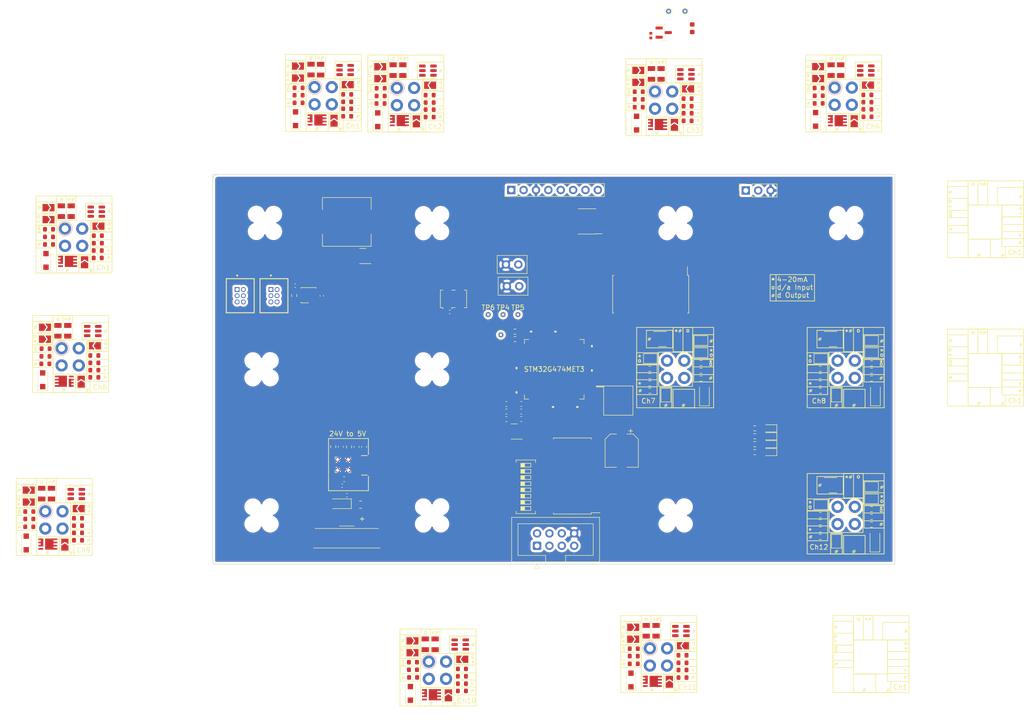
<source format=kicad_pcb>
(kicad_pcb (version 20211014) (generator pcbnew)
  (layers (0 "F.Cu" jumper) (1 "In1.Cu" signal) (2 "In2.Cu" signal) (31 "B.Cu" jumper) (34 "B.Paste" user) (35 "F.Paste" user) (36 "B.SilkS" user "B.Silkscreen") (37 "F.SilkS" user "F.Silkscreen") (38 "B.Mask" user) (39 "F.Mask" user) (44 "Edge.Cuts" user))
  (net 0 "")
  (net 1 "+24V")
  (net 2 "GND")
  (net 3 "Net-(C3-Pad2)")
  (net 4 "Net-(C5-Pad1)")
  (net 5 "Net-(C5-Pad2)")
  (net 6 "+5V")
  (net 7 "+3V3")
  (net 8 "Net-(D2-Pad1)")
  (net 9 "Net-(D3-Pad1)")
  (net 10 "Net-(D4-Pad1)")
  (net 11 "Net-(D5-Pad1)")
  (net 12 "Net-(D6-Pad1)")
  (net 13 "Net-(D7-Pad1)")
  (net 14 "Net-(D8-Pad1)")
  (net 15 "Net-(D9-Pad1)")
  (net 16 "Net-(D10-Pad1)")
  (net 17 "Net-(D11-Pad1)")
  (net 18 "Net-(D12-Pad1)")
  (net 19 "Net-(D13-Pad1)")
  (net 20 "Net-(D14-Pad2)")
  (net 21 "/MCU/SPI4_NSS1")
  (net 22 "/MCU/SPI4_NSS2")
  (net 23 "Net-(D17-Pad2)")
  (net 24 "Net-(F1-Pad2)")
  (net 25 "/MCU/SPI4_NSS3")
  (net 26 "Net-(F3-Pad2)")
  (net 27 "/MCU/SPI4_NSS4")
  (net 28 "Net-(F5-Pad2)")
  (net 29 "Net-(LS1-Pad2)")
  (net 30 "Net-(F7-Pad2)")
  (net 33 "Net-(F10-Pad2)")
  (net 34 "Net-(F11-Pad2)")
  (net 36 "Net-(F13-Pad2)")
  (net 38 "Net-(F15-Pad2)")
  (net 39 "/Select1")
  (net 40 "Net-(F17-Pad2)")
  (net 41 "/Select2")
  (net 42 "Net-(F19-Pad2)")
  (net 43 "/Select3")
  (net 44 "Net-(F21-Pad2)")
  (net 45 "/Select4")
  (net 46 "Net-(F23-Pad2)")
  (net 47 "/Select5")
  (net 48 "/OneWire")
  (net 49 "Net-(J3-Pad2)")
  (net 50 "Net-(J3-Pad3)")
  (net 51 "/Select6")
  (net 52 "Net-(J4-Pad2)")
  (net 53 "Net-(J4-Pad3)")
  (net 54 "/Select7")
  (net 55 "Net-(J5-Pad2)")
  (net 56 "Net-(J5-Pad3)")
  (net 57 "/Select8")
  (net 58 "Net-(J6-Pad2)")
  (net 59 "Net-(J6-Pad3)")
  (net 60 "/Select9")
  (net 61 "Net-(J7-Pad2)")
  (net 62 "Net-(J7-Pad3)")
  (net 63 "/Select10")
  (net 64 "Net-(J8-Pad2)")
  (net 65 "Net-(J8-Pad3)")
  (net 66 "/Select11")
  (net 67 "Net-(J9-Pad2)")
  (net 68 "Net-(J9-Pad3)")
  (net 69 "/Select12")
  (net 70 "Net-(J10-Pad2)")
  (net 71 "Net-(J10-Pad3)")
  (net 72 "/MCU/ADC1_IN1")
  (net 73 "Net-(J11-Pad2)")
  (net 74 "Net-(J11-Pad3)")
  (net 75 "/En1")
  (net 76 "Net-(J12-Pad2)")
  (net 77 "Net-(J12-Pad3)")
  (net 78 "/MCU/ADC1_IN2")
  (net 79 "Net-(J13-Pad2)")
  (net 80 "Net-(J13-Pad3)")
  (net 81 "/En2")
  (net 82 "Net-(J14-Pad2)")
  (net 83 "Net-(J14-Pad3)")
  (net 84 "/MCU/ADC2_IN12")
  (net 85 "/MCU/SWCLK")
  (net 86 "/MCU/SWDIO")
  (net 87 "/MCU/NRST")
  (net 89 "/MCU/UART4_TX")
  (net 90 "/MCU/UART4_RX")
  (net 92 "/MCU/CANH1")
  (net 93 "/MCU/CANL1")
  (net 94 "Net-(JP1-Pad1)")
  (net 95 "/En3")
  (net 96 "Net-(JP7-Pad1)")
  (net 97 "/MCU/ADC1_IN5")
  (net 98 "Net-(JP13-Pad1)")
  (net 99 "/En4")
  (net 100 "Net-(JP19-Pad1)")
  (net 101 "/MCU/ADC1_IN4")
  (net 102 "Net-(JP25-Pad1)")
  (net 103 "/En5")
  (net 104 "Net-(JP31-Pad1)")
  (net 105 "/MCU/ADC1_IN8")
  (net 106 "Net-(JP37-Pad1)")
  (net 107 "/En6")
  (net 108 "Net-(JP43-Pad1)")
  (net 109 "/MCU/ADC2_IN5")
  (net 110 "Net-(JP49-Pad1)")
  (net 111 "/En7")
  (net 112 "Net-(JP55-Pad1)")
  (net 113 "/MCU/ADC2_IN11")
  (net 114 "Net-(JP61-Pad1)")
  (net 115 "/En8")
  (net 116 "Net-(JP67-Pad1)")
  (net 117 "/MCU/ADC1_IN14")
  (net 118 "/MCU/Speaker_1")
  (net 119 "Net-(D15-Pad2)")
  (net 120 "Net-(Q1-Pad2)")
  (net 121 "Net-(Q2-Pad2)")
  (net 122 "Net-(Q3-Pad2)")
  (net 123 "Net-(Q4-Pad2)")
  (net 124 "Net-(Q5-Pad2)")
  (net 125 "Net-(Q6-Pad2)")
  (net 126 "Net-(Q7-Pad2)")
  (net 127 "Net-(Q8-Pad2)")
  (net 128 "Net-(Q9-Pad2)")
  (net 129 "Net-(Q10-Pad2)")
  (net 130 "Net-(Q11-Pad2)")
  (net 131 "Net-(Q12-Pad2)")
  (net 132 "/En9")
  (net 133 "/MCU/ADC2_IN3")
  (net 134 "/En10")
  (net 135 "/MCU/ADC3_IN7")
  (net 136 "/En11")
  (net 137 "/MCU/ADC3_IN4")
  (net 138 "/En12")
  (net 139 "Net-(R93-Pad2)")
  (net 140 "/MCU/QUADSPI1_BK1_IO3")
  (net 141 "/MCU/QUADSPI1_CLK")
  (net 142 "/MCU/QUADSPI1_BK1_IO0")
  (net 143 "/MCU/QUADSPI1_BK1_IO2")
  (net 144 "/MCU/QUADSPI1_BK1_IO1")
  (net 145 "/MCU/QUADSPI1_BK1_NCS")
  (net 148 "Net-(R85-Pad1)")
  (net 149 "Net-(D16-Pad2)")
  (net 150 "/MCU/STATUS_LED_1")
  (net 151 "/MCU/DEBUG_LED")
  (net 152 "/MCU/BUTTON_1")
  (net 155 "/MCU/STATUS_LED_2")
  (net 156 "/MCU/MUX1_SEL0")
  (net 157 "/MCU/MUX1_SEL1")
  (net 158 "/MCU/MUX1_SEL3")
  (net 159 "/MCU/SPI4_NSS")
  (net 160 "/MCU/SPI4_SCK")
  (net 161 "+3.3VA")
  (net 164 "/5V_Supply/PWR_GOOD")
  (net 165 "/5V_Supply/ENABLE")
  (net 166 "/MCU/CAN1_TX")
  (net 167 "/MCU/CAN1_RX")
  (net 168 "/MCU/CLK")
  (net 169 "/MCU/SPI4_MISO")
  (net 170 "/MCU/SPI4_MOSI")
  (net 171 "/MCU/MUX1_SEL2")
  (net 172 "/MCU/MUX1_~{EN}")
  (net 174 "/MCU/INPUT_SELECT")
  (net 175 "/MCU/MUX2_SEL0")
  (net 176 "/MCU/MUX2_SEL1")
  (net 177 "/MCU/MUX2_SEL2")
  (net 178 "/MCU/MUX2_SEL3")
  (net 179 "/MCU/MUX2_~{EN}")
  (net 186 "Net-(SW3-Pad9)")
  (net 187 "Net-(SW3-Pad10)")
  (net 188 "Net-(SW3-Pad11)")
  (net 189 "Net-(SW3-Pad12)")
  (net 190 "Net-(SW3-Pad13)")
  (net 191 "Net-(SW3-Pad14)")
  (net 192 "Net-(SW3-Pad15)")
  (net 193 "Net-(SW3-Pad16)")
  (net 194 "Net-(TP4-Pad1)")
  (net 195 "Net-(TP5-Pad1)")
  (net 196 "Net-(TP6-Pad1)")
  (footprint "Capacitor_SMD:C_0402_1005Metric" (layer "F.Cu") (at 128.6 83.225)
    (fp_text reference "C15" hide)
    (fp_text value "100n")
  )
  (footprint "Resistor_SMD:R_0603_1608Metric" (layer "F.Cu") (at 131.125 161.025 180)
    (fp_text reference "R68" hide)
    (fp_text value "R")
  )
  (footprint "Resistor_SMD:R_0603_1608Metric" (layer "F.Cu") (at 204.7 126.4 180)
    (fp_text reference "R79" hide)
    (fp_text value "NP")
  )
  (footprint "Resistor_SMD:R_0603_1608Metric" (layer "F.Cu") (at 42.325 125.725)
    (fp_text reference "R60" hide)
    (fp_text value "Rgate")
  )
  (footprint "Connector_PinHeader_1.27mm:PinHeader_2x04_P1.27mm_Vertical_SMD" (layer "F.Cu") (at 156.825 64.65 180)
    (fp_text reference "J16" hide)
    (fp_text value "Conn_02x04_Odd_Even")
  )
  (footprint "LED_SMD:LED_0603_1608Metric" (layer "F.Cu") (at 194.2875 112 180)
    (fp_text reference "D17" hide)
    (fp_text value "LED")
  )
  (footprint "Capacitor_SMD:C_0603_1608Metric" (layer "F.Cu") (at 143.3 103.675)
    (fp_text reference "C18" hide)
    (fp_text value "100n")
  )
  (footprint "Resistor_SMD:R_0603_1608Metric" (layer "F.Cu") (at 104.7125 110.9 90)
    (fp_text reference "R86" hide)
    (fp_text value "R")
  )
  (footprint "Resistor_SMD:R_0603_1608Metric" (layer "F.Cu") (at 52.325 130.1 180)
    (fp_text reference "R61" hide)
    (fp_text value "R")
  )
  (footprint "Resistor_SMD:R_0603_1608Metric" (layer "F.Cu") (at 177.45 44 180)
    (fp_text reference "R19" hide)
    (fp_text value "R")
  )
  (footprint "Resistor_SMD:R_0603_1608Metric" (layer "F.Cu") (at 169.7 97.9 180)
    (fp_text reference "R45" hide)
    (fp_text value "R")
  )
  (footprint "TXV_Library_Footprints:TE_M12_4_Pin_PCB" (layer "F.Cu") (at 175 95)
    (fp_text reference "J9" hide)
    (fp_text value "Conn_01x04")
  )
  (footprint "Resistor_SMD:R_0603_1608Metric" (layer "F.Cu") (at 42.325 124.2)
    (fp_text reference "R62" hide)
    (fp_text value "Rpull")
  )
  (footprint "Resistor_SMD:R_0603_1608Metric" (layer "F.Cu") (at 204.7 127.9 180)
    (fp_text reference "R80" hide)
    (fp_text value "R")
  )
  (footprint "TXV_Library_Footprints:PG_TSDSON-8" (layer "F.Cu") (at 176.8 100.5 180)
    (fp_text reference "Q7" hide)
    (fp_text value "BSZ0902NSATMA1" hide)
  )
  (footprint "Jumper:SolderJumper-2_P1.3mm_Open_TrianglePad1.0x1.5mm" (layer "F.Cu") (at 177.55 37.45 180)
    (fp_text reference "JP13" hide)
    (fp_text value "Jumper_2_Open")
  )
  (footprint "LED_SMD:LED_0603_1608Metric" (layer "F.Cu") (at 194.2875 108.75 180)
    (fp_text reference "D15" hide)
    (fp_text value "LED")
  )
  (footprint "TXV_Library_Footprints:0805L110SL PPTC Polyfuse Littelfuse" (layer "F.Cu") (at 117 33.6 90)
    (fp_text reference "F3" hide)
    (fp_text value "Polyfuse")
  )
  (footprint "Resistor_SMD:R_0603_1608Metric" (layer "F.Cu") (at 97.6 40.3 180)
    (fp_text reference "R7" hide)
    (fp_text value "Rpull")
  )
  (footprint "Jumper:SolderJumper-2_P1.3mm_Open_TrianglePad1.0x1.5mm" (layer "F.Cu") (at 180.2 91.6 180)
    (fp_text reference "JP41" hide)
    (fp_text value "Jumper_2_Open")
  )
  (footprint "Jumper:SolderJumper-2_P1.3mm_Open_TrianglePad1.0x1.5mm" (layer "F.Cu") (at 128.35 161.925 90)
    (fp_text reference "JP56" hide)
    (fp_text value "Jumper_2_Open")
  )
  (footprint "Resistor_SMD:R_0603_1608Metric" (layer "F.Cu") (at 177.45 42.45)
    (fp_text reference "R17" hide)
    (fp_text value "R")
  )
  (footprint "TXV_Library_Footprints:0805L110SL PPTC Polyfuse Littelfuse" (layer "F.Cu") (at 212.5 89.5 90)
    (fp_text reference "F15" hide)
    (fp_text value "Polyfuse")
  )
  (footprint "TXV_Library_Footprints:WSON-8-8x6mm" (layer "F.Cu") (at 163.225 101.425)
    (fp_text reference "U18" hide)
    (fp_text value "W25Q256JV")
  )
  (footprint "Resistor_SMD:R_0603_1608Metric" (layer "F.Cu") (at 124.5 41.7)
    (fp_text reference "R10" hide)
    (fp_text value "R")
  )
  (footprint "Package_TO_SOT_SMD:SOT-23-6" (layer "F.Cu") (at 207.3 88.8)
    (fp_text reference "U9" hide)
    (fp_text value "INA180")
  )
  (footprint "Resistor_SMD:R_0603_1608Metric" (layer "F.Cu") (at 167.425 41.2 180)
    (fp_text reference "R21" hide)
    (fp_text value "Rpull")
  )
  (footprint "Resistor_SMD:R_0603_1608Metric" (layer "F.Cu") (at 46.375 66.275)
    (fp_text reference "R34" hide)
    (fp_text value "Rpull")
  )
  (footprint "Resistor_SMD:R_0603_1608Metric" (layer "F.Cu") (at 177.45 39.45 180)
    (fp_text reference "R15" hide)
    (fp_text value "0R")
  )
  (footprint "Jumper:SolderJumper-2_P1.3mm_Open_TrianglePad1.0x1.5mm" (layer "F.Cu") (at 55.8 90.175 180)
    (fp_text reference "JP31" hide)
    (fp_text value "Jumper_2_Open")
  )
  (footprint "Jumper:SolderJumper-2_P1.3mm_Open_TrianglePad1.0x1.5mm" (layer "F.Cu") (at 52.475 123.6 180)
    (fp_text reference "JP49" hide)
    (fp_text value "Jumper_2_Open")
  )
  (footprint "TXV_Library_Footprints:TE_M12_4_Pin_PCB" (layer "F.Cu") (at 210 125)
    (fp_text reference "J14" hide)
    (fp_text value "Conn_01x04")
  )
  (footprint "Resistor_SMD:R_0603_1608Metric" (layer "F.Cu") (at 166.4 155.45 180)
    (fp_text reference "R77" hide)
    (fp_text value "Rpull")
  )
  (footprint "TXV_Library_Footprints:TE_M12_4_Pin_PCB" (layer "F.Cu") (at 210 95)
    (fp_text reference "J10" hide)
    (fp_text value "Conn_01x04")
  )
  (footprint "Jumper:SolderJumper-2_P1.3mm_Open_TrianglePad1.0x1.5mm" (layer "F.Cu") (at 120.975 150.75)
    (fp_text reference "JP60" hide)
    (fp_text value "Jumper_2_Open")
  )
  (footprint "Diode_SMD:D_SOD-123F" (layer "F.Cu") (at 41.7 130.65 90)
    (fp_text reference "D10" hide)
    (fp_text value "D")
  )
  (footprint "Jumper:SolderJumper-2_P1.3mm_Open_TrianglePad1.0x1.5mm" (layer "F.Cu") (at 131.2 154.525 180)
    (fp_text reference "JP55" hide)
    (fp_text value "Jumper_2_Open")
  )
  (footprint "Jumper:SolderJumper-2_P1.3mm_Open_TrianglePad1.0x1.5mm" (layer "F.Cu") (at 215.2 89.1 180)
    (fp_text reference "JP48" hide)
    (fp_text value "Jumper_2_Open")
  )
  (footprint "Resistor_SMD:R_0603_1608Metric" (layer "F.Cu") (at 215.2 123.7 180)
    (fp_text reference "R83" hide)
    (fp_text value "Rpull")
  )
  (footprint "TXV_Library_Footprints:0805L110SL PPTC Polyfuse Littelfuse" (layer "F.Cu") (at 168.95 148.675 90)
    (fp_text reference "F21" hide)
    (fp_text value "Polyfuse")
  )
  (footprint "Jumper:SolderJumper-2_P1.3mm_Open_TrianglePad1.0x1.5mm" (layer "F.Cu") (at 208 100.3 90)
    (fp_text reference "JP44" hide)
    (fp_text value "Jumper_2_Open")
  )
  (footprint "Jumper:SolderJumper-2_P1.3mm_Open_TrianglePad1.0x1.5mm" (layer "F.Cu") (at 208 130.3 90)
    (fp_text reference "JP68" hide)
    (fp_text value "Jumper_2_Open")
  )
  (footprint "Package_TO_SOT_SMD:SOT-23" (layer "F.Cu") (at 141.85 107.775 180)
    (fp_text reference "U1" hide)
    (fp_text value "REF3033")
  )
  (footprint "TestPoint:TestPoint_THTPad_D1.0mm_Drill0.5mm" (layer "F.Cu") (at 136.525 83.775)
    (fp_text reference "TP6")
    (fp_text value "TestPoint")
  )
  (footprint "TXV_Library_Footprints:PG_TSDSON-8" (layer "F.Cu") (at 101.3 43.825)
    (fp_text reference "Q1" hide)
    (fp_text value "BSZ0902NSATMA1" hide)
  )
  (footprint "Resistor_SMD:R_0603_1608Metric" (layer "F.Cu") (at 56.375 70.625)
    (fp_text reference "R31" hide)
    (fp_text value "R")
  )
  (footprint "Jumper:SolderJumper-2_P1.3mm_Open_TrianglePad1.0x1.5mm" (layer "F.Cu") (at 46.275 64.275)
    (fp_text reference "JP29" hide)
    (fp_text value "Jumper_2_Open")
  )
  (footprint "Resistor_SMD:R_0603_1608Metric" (layer "F.Cu") (at 215.2 96.9)
    (fp_text reference "R56" hide)
    (fp_text value "Rpull")
  )
  (footprint "Diode_SMD:D_SOD-123F" (layer "F.Cu") (at 215.9 130.3 90)
    (fp_text reference "D13" hide)
    (fp_text value "D")
  )
  (footprint "Package_TO_SOT_SMD:SOT-23-6" (layer "F.Cu") (at 124.15 33.7 180)
    (fp_text reference "U3" hide)
    (fp_text value "INA180")
  )
  (footprint "Capacitor_SMD:C_0402_1005Metric" (layer "F.Cu") (at 169.9 26.51 90)
    (fp_text reference "C11" hide)
    (fp_text value "100n")
  )
  (footprint "TXV_Library_Footprints:0805L110SL PPTC Polyfuse Littelfuse" (layer "F.Cu") (at 100.15 33.475 90)
    (fp_text reference "F1" hide)
    (fp_text value "Polyfuse")
  )
  (footprint "Jumper:SolderJumper-2_P1.3mm_Open_TrianglePad1.0x1.5mm" (layer "F.Cu") (at 204.225 32.875)
    (fp_text reference "JP24" hide)
    (fp_text value "Jumper_2_Open")
  )
  (footprint "Resistor_SMD:R_0603_1608Metric" (layer "F.Cu") (at 114.45 38.9)
    (fp_text reference "R11" hide)
    (fp_text value "Rgate")
  )
  (footprint "Package_TO_SOT_SMD:SOT-23" (layer "F.Cu") (at 110.775 71.75 180)
    (fp_text reference "Q13" hide)
    (fp_text value "SI2300")
  )
  (footprint "Resistor_SMD:R_0603_1608Metric" (layer "F.Cu") (at 214.35 40.175)
    (fp_text reference "R23" hide)
    (fp_text value "NP")
  )
  (footprint "Package_TO_SOT_SMD:SOT-23-6" (layer "F.Cu") (at 172.3 88.8)
    (fp_text reference "U8" hide)
    (fp_text value "INA180")
  )
  (footprint "Resistor_SMD:R_0603_1608Metric" (layer "F.Cu") (at 204.7 96.4 180)
    (fp_text reference "R51" hide)
    (fp_text value "NP")
  )
  (footprint "Resistor_SMD:R_0603_1608Metric" (layer "F.Cu") (at 45.675 90.775)
    (fp_text reference "R41" hide)
    (fp_text value "Rpull")
  )
  (footprint "TXV_Library_Footprints:0805L110SL PPTC Polyfuse Littelfuse" (layer "F.Cu") (at 125.625 151.45 90)
    (fp_text reference "F20" hide)
    (fp_text value "Polyfuse")
  )
  (footprint "Resistor_SMD:R_0603_1608Metric" (layer "F.Cu") (at 114.425 40.45 180)
    (fp_text reference "R14" hide)
    (fp_text value "Rpull")
  )
  (footprint "Resistor_SMD:R_0603_1608Metric" (layer "F.Cu") (at 166.4 152.35)
    (fp_text reference "R76" hide)
    (fp_text value "Rpull")
  )
  (footprint "Resistor_SMD:R_0603_1608Metric" (layer "F.Cu") (at 142 87.275)
    (fp_text reference "R93" hide)
    (fp_text value "0R")
  )
  (footprint "TXV_Library_Footprints:0805L110SL PPTC Polyfuse Littelfuse" (layer "F.Cu") (at 210.5 89.5 90)
    (fp_text reference "F16" hide)
    (fp_text value "Polyfuse")
  )
  (footprint "Resistor_SMD:R_0603_1608Metric" (layer "F.Cu") (at 52.325 125.575 180)
    (fp_text reference "R57" hide)
    (fp_text value "0R")
  )
  (footprint "TestPoint:TestPoint_THTPad_D1.0mm_Drill0.5mm" (layer "F.Cu") (at 142.625 83.775)
    (fp_text reference "TP5")
    (fp_text value "TestPoint")
  )
  (footprint "Jumper:SolderJumper-2_P1.3mm_Open_TrianglePad1.0x1.5mm" (layer "F.Cu") (at 204.8 122.8)
    (fp_text reference "JP67" hide)
    (fp_text value "Jumper_2_Open")
  )
  (footprint "Capacitor_SMD:C_0603_1608Metric" (layer "F.Cu") (at 143.3 105.225)
    (fp_text reference "C17" hide)
    (fp_text value "100n")
  )
  (footprint "Jumper:SolderJumper-2_P1.3mm_Open_TrianglePad1.0x1.5mm" (layer "F.Cu") (at 97.475 35.225)
    (fp_text reference "JP5" hide)
    (fp_text value "Jumper_2_Open")
  )
  (footprint "Capacitor_SMD:C_0402_1005Metric" (layer "F.Cu") (at 102.375 79.925 90)
    (fp_text reference "C13" hide)
    (fp_text value "100n")
  )
  (footprint "Package_TO_SOT_SMD:SOT-23-6" (layer "F.Cu") (at 207.3 118.8)
    (fp_text reference "U13" hide)
    (fp_text value "INA180")
  )
  (footprint "Resistor_SMD:R_0603_1608Metric" (layer "F.Cu") (at 204.35 40.425 180)
    (fp_text reference "R28" hide)
    (fp_text value "Rpull")
  )
  (footprint "Jumper:SolderJumper-2_P1.3mm_Open_TrianglePad1.0x1.5mm" (layer "F.Cu") (at 107.7 36.575 180)
    (fp_text reference "JP1" hide)
    (fp_text value "Jumper_2_Open")
  )
  (footprint "TXV_Library_Footprints:Piezo_Buzzer" (layer "F.Cu") (at 107.5 64.75 90)
    (fp_text reference "LS1" hide)
    (fp_text value "Speaker_Crystal")
  )
  (footprint "Resistor_SMD:R_0603_1608Metric" (layer "F.Cu") (at 204.7 124.9)
    (fp_text reference "R78" hide)
    (fp_text value "0R")
  )
  (footprint "Jumper:SolderJumper-2_P1.3mm_Open_TrianglePad1.0x1.5mm" (layer "F.Cu") (at 114.375 35.35)
    (fp_text reference "JP11" hide)
    (fp_text value "Jumper_2_Open")
  )
  (footprint "TXV_Library_Footprints:PG_TSDSON-8" (layer "F.Cu") (at 46.05 130.875)
    (fp_text reference "Q9" hide)
    (fp_text value "BSZ0902NSATMA1" hide)
  )
  (footprint "TXV_Library_Footprints:0805L110SL PPTC Polyfuse Littelfuse" (layer "F.Cu") (at 170.975 148.675 90)
    (fp_text reference "F22" hide)
    (fp_text value "Polyfuse")
  )
  (footprint "Resistor_SMD:R_0603_1608Metric" (layer "F.Cu") (at 121.1 158.25 180)
    (fp_text reference "R70" hide)
    (fp_text value "Rpull")
  )
  (footprint "Resistor_SMD:R_0603_1608Metric" (layer "F.Cu") (at 191.2375 110.375)
    (fp_text reference "R89" hide)
    (fp_text value "120R")
  )
  (footprint "Capacitor_SMD:CP_Elec_6.3x4.9" (layer "F.Cu") (at 163.925 111.7 -90)
    (fp_text reference "C14" hide)
    (fp_text value "NP")
  )
  (footprint "Resistor_SMD:R_0603_1608Metric" (layer "F.Cu") (at 176.4 153.7 180)
    (fp_text reference "R71" hide)
    (fp_text value "0R")
  )
  (footprint "Jumper:SolderJumper-2_P1.3mm_Open_TrianglePad1.0x1.5mm" (layer "F.Cu") (at 173 100.3 90)
    (fp_text reference "JP38" hide)
    (fp_text value "Jumper_2_Open")
  )
  (footprint "Capacitor_SMD:C_0603_1608Metric" (layer "F.Cu") (at 106.2625 110.9 -90)
    (fp_text reference "C4" hide)
    (fp_text value "10u")
  )
  (footprint "Diode_SMD:D_SOD-123F" (layer "F.Cu") (at 166.975 44.475 90)
    (fp_text reference "D4" hide)
    (fp_text value "D")
  )
  (footprint "Jumper:SolderJumper-2_P1.3mm_Open_TrianglePad1.0x1.5mm" (layer "F.Cu") (at 166.275 147.95)
    (fp_text reference "JP66" hide)
    (fp_text value "Jumper_2_Open")
  )
  (footprint "TXV_Library_Footprints:PG_TSDSON-8" (layer "F.Cu") (at 124.8 161.8)
    (fp_text reference "Q10" hide)
    (fp_text value "BSZ0902NSATMA1" hide)
  )
  (footprint "Resistor_SMD:R_0603_1608Metric" (layer "F.Cu") (at 124.5 38.725)
    (fp_text reference "R8" hide)
    (fp_text value "0R")
  )
  (footprint "Capacitor_SMD:C_0603_1608Metric" (layer "F.Cu") (at 178.4 25 90)
    (fp_text reference "C8" hide)
    (fp_text value "10u")
  )
  (footprint "Resistor_SMD:R_0603_1608Metric" (layer "F.Cu") (at 46.375 67.825)
    (fp_text reference "R32" hide)
    (fp_text value "Rgate")
  )
  (footprint "Jumper:SolderJumper-2_P1.3mm_Open_TrianglePad1.0x1.5mm" (layer "F.Cu") (at 204.25 35.325)
    (fp_text reference "JP23" hide)
    (fp_text value "Jumper_2_Open")
  )
  (footprint "Resistor_SMD:R_0603_1608Metric" (layer "F.Cu") (at 96.7 79.875 90)
    (fp_text reference "R92" hide)
    (fp_text value "120R")
  )
  (footprint "Resistor_SMD:R_0603_1608Metric" (layer "F.Cu") (at 169.7 99.4)
    (fp_text reference "R47" hide)
    (fp_text value "R")
  )
  (footprint "Jumper:SolderJumper-2_P1.3mm_Open_TrianglePad1.0x1.5mm" (layer "F.Cu") (at 215.2 119.1 180)
    (fp_text reference "JP72" hide)
    (fp_text value "Jumper_2_Open")
  )
  (footprint "TXV_Library_Footprints:0805L110SL PPTC Polyfuse Littelfuse" (layer "F.Cu") (at 46.875 120.525 90)
    (fp_text reference "F18" hide)
    (fp_text value "Polyfuse")
  )
  (footprint "TXV_Library_Footprints:0805L110SL PPTC Polyfuse Littelfuse" (layer "F.Cu") (at 206.9 33.6 90)
    (fp_text reference "F7" hide)
    (fp_text value "Polyfuse")
  )
  (footprint "Resistor_SMD:R_0603_1608Metric" (layer "F.Cu") (at 52.325 128.575)
    (fp_text reference "R59" hide)
    (fp_text value "R")
  )
  (footprint "Resistor_SMD:R_0603_1608Metric" (layer "F.Cu") (at 176.4 156.725)
    (fp_text reference "R73" hide)
    (fp_text value "R")
  )
  (footprint "TXV_Library_Footprints:PG_TSDSON-8" (layer "F.Cu") (at 118.2 43.95)
    (fp_text reference "Q2" hide)
    (fp_text value "BSZ0902NSATMA1" hide)
  )
  (footprint "Package_TO_SOT_SMD:SOT-23-6" (layer "F.Cu") (at 177.1 34.45 180)
    (fp_text reference "U4" hide)
    (fp_text value "INA180")
  )
  (footprint "Resistor_SMD:R_0603_1608Metric" (layer "F.Cu") (at 52.325 127.1)
    (fp_text reference "R58" hide)
    (fp_text value "NP")
  )
  (footprint "Resistor_SMD:R_0603_1608Metric" (layer "F.Cu") (at 55.675 96.65 180)
    (fp_text reference "R40" hide)
    (fp_text value "R")
  )
  (footprint "Jumper:SolderJumper-2_P1.3mm_Open_TrianglePad1.0x1.5mm" (layer "F.Cu") (at 176.5 151.75 180)
    (fp_text reference "JP61" hide)
    (fp_text value "Jumper_2_Open")
  )
  (footprint "Resistor_SMD:R_0603_1608Metric" (layer "F.Cu") (at 107.575 38.575 180)
    (fp_text reference "R1" hide)
    (fp_text value "0R")
  )
  (footprint "TXV_Library_Footprints:8_Pin_DIP_Switch" (layer "F.Cu") (at 144.25 119.125)
    (fp_text reference "SW3" hide)
    (fp_text value "SW_DIP_x08")
  )
  (footprint "Resistor_SMD:R_0603_1608Metric" (layer "F.Cu") (at 45.625 93.875 180)
    (fp_text reference "R42" hide)
    (fp_text value "Rpull")
  )
  (footprint "TXV_Library_Footprints:PG_TSDSON-8" (layer "F.Cu") (at 208.1 43.975)
    (fp_text reference "Q4" hide)
    (fp_text value "BSZ0902NSATMA1" hide)
  )
  (footprint "Resistor_SMD:R_0603_1608Metric" (layer "F.Cu") (at 131.125 159.525)
    (fp_text reference "R66" hide)
    (fp_text value "R")
  )
  (footprint "Package_TO_SOT_SMD:SOT-23-6" (layer "F.Cu") (at 56.075 62.65 180)
    (fp_text reference "U6" hide)
    (fp_text value "INA180")
  )
  (footprint "TestPoint:TestPoint_THTPad_D1.0mm_Drill0.5mm" (layer "F.Cu") (at 139.575 83.775)
    (fp_text reference "TP4")
    (fp_text value "TestPoint")
  )
  (footprint "Resistor_SMD:R_0603_1608Metric" (layer "F.Cu") (at 121.075 156.675)
    (fp_text reference "R67" hide)
    (fp_text value "Rgate")
  )
  (footprint "Resistor_SMD:R_0603_1608Metric" (layer "F.Cu") (at 191.2375 108.75)
    (fp_text reference "R88" hide)
    (fp_text value "120R")
  )
  (footprint "Resistor_SMD:R_0603_1608Metric" (layer "F.Cu") (at 176.4 158.275 180)
    (fp_text reference "R75" hide)
    (fp_text value "R")
  )
  (footprint "Jumper:SolderJumper-2_P1.3mm_Open_TrianglePad1.0x1.5mm" (layer "F.Cu") (at 42.225 122.25)
    (fp_text reference "JP53" hide)
    (fp_text value "Jumper_2_Open")
  )
  (footprint "Jumper:SolderJumper-2_P1.3mm_Open_TrianglePad1.0x1.5mm" (layer "F.Cu") (at 174.75 44.825 90)
    (fp_text reference "JP14" hide)
    (fp_text value "Jumper_2_Open")
  )
  (footprint "Resistor_SMD:R_0603_1608Metric" (layer "F.Cu") (at 204.7 129.4)
    (fp_text reference "R82" hide)
    (fp_text value "R")
  )
  (footprint "TXV_Library_Footprints:0805L110SL PPTC Polyfuse Littelfuse" (layer "F.Cu") (at 172 34.375 90)
    (fp_text reference "F6" hide)
    (fp_text value "Polyfuse")
  )
  (footprint "Jumper:SolderJumper-2_P1.3mm_Open_TrianglePad1.0x1.5mm" (layer "F.Cu") (at 52.975 97.55 90)
    (fp_text reference "JP32" hide)
    (fp_text value "Jumper_2_Open")
  )
  (footprint "Resistor_SMD:R_0603_1608Metric" (layer "F.Cu") (at 97.6 38.75)
    (fp_text reference "R4" hide)
    (fp_text value "Rgate")
  )
  (footprint "Package_TO_SOT_SMD:SOT-23" (layer "F.Cu") (at 172.54 25.89)
    (fp_text reference "U15" hide)
    (fp_text value "MCP1700-3302E_SOT23")
  )
  (footprint "Resistor_SMD:R_0603_1608Metric" (layer "F.Cu") (at 191.2425 107.115)
    (fp_text reference "R87" hide)
    (fp_text value "120R")
  )
  (footprint "Package_TO_SOT_SMD:SOT-23-6" (layer "F.Cu") (at 176.075 148.725 180)
    (fp_text reference "U12" hide)
    (fp_text value "INA180")
  )
  (footprint "Resistor_SMD:R_0603_1608Metric" (layer "F.Cu") (at 55.675 95.175)
    (fp_text reference "R38" hide)
    (fp_text value "R")
  )
  (footprint "Resistor_SMD:R_0603_1608Metric" (layer "F.Cu") (at 124.5 43.225 180)
    (fp_text reference "R12" hide)
    (fp_text value "R")
  )
  (footprint "TXV_Library_Footprints:0805L110SL PPTC Polyfuse Littelfuse" (layer "F.Cu") (at 208.875 33.6 90)
    (fp_text reference "F8" hide)
    (fp_text value "Polyfuse")
  )
  (footprint "TXV_Library_Footprints:0805L110SL PPTC Polyfuse Littelfuse" (layer "F.Cu") (at 50.225 87.1 90)
    (fp_text reference "F12" hide)
    (fp_text value "Polyfuse")
  )
  (footprint "Package_TO_SOT_SMD:SOT-23-6" (layer "F.Cu") (at 130.775 151.5 180)
    (fp_text reference "U11" hide)
    (fp_text value "INA180")
  )
  (footprint "Jumper:SolderJumper-2_P1.3mm_Open_TrianglePad1.0x1.5mm" (layer "F.Cu") (at 204.8 92.8)
    (fp_text reference "JP43" hide)
    (fp_text value "Jumper_2_Open")
  )
  (footprint "Capacitor_SMD:C_0805_2012Metric" (layer "F.Cu") (at 110.325 122.8)
    (fp_text reference "C2" hide)
    (fp_text value "22u")
  )
  (footprint "Jumper:SolderJumper-2_P1.3mm_Open_TrianglePad1.0x1.5mm" (layer "F.Cu") (at 104.875 43.975 90)
    (fp_text reference "JP2" hide)
    (fp_text value "Jumper_2_Open")
  )
  (footprint "Resistor_SMD:R_0603_1608Metric" (layer "F.Cu") (at 167.425 39.6)
    (fp_text reference "R18" hide)
    (fp_text value "Rgate")
  )
  (footprint "Jumper:SolderJumper-2_P1.3mm_Open_TrianglePad1.0x1.5mm" (layer "F.Cu") (at 180.2 89.1 180)
    (fp_text reference "JP42" hide)
    (fp_text value "Jumper_2_Open")
  )
  (footprint "Resistor_SMD:R_0603_1608Metric" (layer "F.Cu") (at 55.675 92.175 180)
    (fp_text reference "R36" hide)
    (fp_text value "0R")
  )
  (footprint "Resistor_SMD:R_0603_1608Metric" (layer "F.Cu") (at 204.35 37.275)
    (fp_text reference "R27" hide)
    (fp_text value "Rpull")
  )
  (footprint "Diode_SMD:D_SOD-123F" (layer "F.Cu") (at 45.075 97.15 90)
    (fp_text reference "D7" hide)
    (fp_text value "D")
  )
  (footprint "Resistor_SMD:R_0603_1608Metric" (layer "F.Cu") (at 97.6 37.225)
    (fp_text reference "R6" hide)
    (fp_text value "Rpull")
  )
  (footprint "Diode_SMD:D_SOD-123F" (layer "F.Cu") (at 120.55 161.525 90)
    (fp_text reference "D11" hide)
    (fp_text value "D")
  )
  (footprint "Diode_SMD:D_SOD-123F" (layer "F.Cu") (at 180.9 100.3 90)
    (fp_text reference "D8" hide)
    (fp_text value "D")
  )
  (footprint "TXV_Library_Footprints:0805L110SL PPTC Polyfuse Littelfuse" (layer "F.Cu") (at 44.875 120.525 90)
    (fp_text reference "F17" hide)
    (fp_text value "Polyfuse")
  )
  (footprint "LED_SMD:LED_0603_1608Metric" (layer "F.Cu") (at 194.2875 110.375 180)
    (fp_text reference "D16" hide)
    (fp_text value "LED")
  )
  (footprint "Package_SO:SOIC-24W_7.5x15.4mm_P1.27mm" (layer "F.Cu") (at 153.8 116.9 180)
    (fp_text reference "U16" hide)
    (fp_text value "CD74HC4067M")
  )
  (footprint "Resistor_SMD:R_0603_1608Metric" (layer "F.Cu") (at 121.075 155.125)
    (fp_text reference "R69" hide)
    (fp_text value "Rpull")
  )
  (footprint "Resistor_SMD:R_0603_1608Metric" (layer "F.Cu") (at 131.125 156.5 180)
    (fp_text reference "R64" hide)
    (fp_text value "0R")
  )
  (footprint "TestPoint:TestPoint_THTPad_D1.0mm_Drill0.5mm" (layer "F.Cu") (at 176.925 21.5)
    (fp_text reference "TP3" hide)
    (fp_text value "TestPoint")
  )
  (footprint "Resistor_SMD:R_0603_1608Metric" (layer "F.Cu") (at 215.2 93.8 180)
    (fp_text reference "R55" hide)
    (fp_text value "Rpull")
  )
  (footprint "Jumper:SolderJumper-2_P1.3mm_Open_TrianglePad1.0x1.5mm" (layer "F.Cu") (at 173.7 159.15 90)
    (fp_text reference "JP62" hide)
    (fp_text value "Jumper_2_Open")
  )
  (footprint "Resistor_SMD:R_0603_1608Metric" (layer "F.Cu") (at 56.375 72.15 180)
    (fp_text reference "R33" hide)
    (fp_text value "R")
  )
  (footprint "Resistor_SMD:R_0603_1608Metric" (layer "F.Cu") (at 169.7 96.4 180)
    (fp_text reference "R44" hide)
    (fp_text value "NP")
  )
  (footprint "Resistor_SMD:R_0603_1608Metric" (layer "F.Cu") (at 180.2 96.9)
    (fp_text reference "R49" hide)
    (fp_text value "Rpull")
  )
  (footprint "TXV_Library_Footprints:Molex_MicroFit_2Pin_Vertical" (layer "F.Cu") (at 107.5 129.175)
    (fp_text reference "J1" hide)
    (fp_text value "Conn_01x02")
  )
  (footprint "Jumper:SolderJumper-2_P1.3mm_Open_TrianglePad1.0x1.5mm" (layer "F.Cu") (at 56.525 65.625 180)
    (fp_text reference "JP25" hide)
    (fp_text value "Jumper_2_Open")
  )
  (footprint "TXV_Library_Footprints:PG_TSDSON-8" (layer "F.Cu") (at 50.1 72.85)
    (fp_text reference "Q5" hide)
    (fp_text value "BSZ0902NSATMA1" hide)
  )
  (footprint "TXV_Library_Footprints:0805L110SL PPTC Polyfuse Littelfuse" (layer "F.Cu") (at 175.5 89.5 90)
    (fp_text reference "F14" hide)
    (fp_text value "Polyfuse")
  )
  (footprint "Resistor_SMD:R_0603_1608Metric" (layer "F.Cu") (at 124.5 40.25)
    (fp_text reference "R9" hide)
    (fp_text value "NP")
  )
  (footprint "Capacitor_SMD:C_0402_1005Metric" (layer "F.Cu") (at 96.9 77.85 180)
    (fp_text reference "C10" hide)
    (fp_text value "100n")
  )
  (footprint "TXV_Library_Footprints:SRN4018TA-4R7M" (layer "F.Cu") (at 111.1 114.725)
    (fp_text reference "L1" hide)
    (fp_text value "4.7uH")
  )
  (footprint "Resistor_SMD:R_0603_1608Metric" (layer "F.Cu") (at 214.375 43.175 180)
    (fp_text reference "R26" hide)
    (fp_text value "R")
  )
  (footprint "TXV_Library_Footprints:0805L110SL PPTC Polyfuse Littelfuse" (layer "F.Cu") (at 212.5 119.5 90)
    (fp_text reference "F23" hide)
    (fp_text value "Polyfuse")
  )
  (footprint "Capacitor_SMD:C_0603_1608Metric" (layer "F.Cu") (at 106.95 117.55 180)
    (fp_text reference "C5" hide)
    (fp_text value "100n")
  )
  (footprint "Jumper:SolderJumper-2_P1.3mm_Open_TrianglePad1.0x1.5mm" (layer "F.Cu") (at 214.475 36.675 180)
    (fp_text reference "JP19" hide)
    (fp_text value "Jumper_2_Open")
  )
  (footprint "Jumper:SolderJumper-2_P1.3mm_Open_TrianglePad1.0x1.5mm" (layer "F.Cu") (at 97.475 32.775)
    (fp_text reference "JP6" hide)
    (fp_text value "Jumper_2_Open")
  )
  (footprint "Resistor_SMD:R_0603_1608Metric" (layer "F.Cu") (at 204.375 38.85)
    (fp_text reference "R25" hide)
    (fp_text value "Rgate")
  )
  (footprint "Jumper:SolderJumper-2_P1.3mm_Open_TrianglePad1.0x1.5mm" (layer "F.Cu") (at 42.225 119.8)
    (fp_text reference "JP54" hide)
    (fp_text value "Jumper_2_Open")
  )
  (footprint "Resistor_SMD:R_0603_1608Metric" (layer "F.Cu") (at 204.7 99.4)
    (fp_text reference "R54" hide)
    (fp_text value "R")
  )
  (footprint "Resistor_SMD:R_0603_1608Metric" (layer "F.Cu") (at 107.575 43.075 180)
    (fp_text reference "R5" hide)
    (fp_text value "R")
  )
  (footprint "Jumper:SolderJumper-2_P1.3mm_Open_TrianglePad1.0x1.5mm" (layer "F.Cu") (at 169.8 92.8)
    (fp_text reference "JP37" hide)
    (fp_text value "Jumper_2_Open")
  )
  (footprint "TXV_Library_Footprints:SAMTEC_TFC-103-01-F-D" (layer "F.Cu") (at 92.55 79.9 -90)
    (fp_text reference "J19" hide)
    (fp_text value "TFC-103-01-F-D")
  )
  (footprint "Connector_PinHeader_2.54mm:PinHeader_1x08_P2.54mm_Vertical" (layer "F.Cu") (at 141.25 58.2 90)
    (fp_text reference "J15" hide)
    (fp_text value "Conn_01x08")
  )
  (footprint "Package_DFN_QFN:DFN-8-1EP_3x3mm_P0.65mm_EP1.55x2.4mm" (layer "F.Cu") (at 99.65 79.8 180)
    (fp_text reference "U17" hide)
    (fp_text value "MCP2562FD")
  )
  (footprint "Package_DFN_QFN:QFN-16-1EP_3x3mm_P0.5mm_EP1.9x1.9mm_ThermalVias" (layer "F.Cu") (at 106.7 114.625 -90)
    (fp_text reference "U14" hide)
    (fp_text value "TS30041")
  )
  (footprint "Diode_SMD:D_SOD-123F" (layer "F.Cu") (at 165.825 158.775 90)
    (fp_text reference "D12" hide)
    (fp_text value "D")
  )
  (footprint "Resistor_SMD:R_0603_1608Metric" (layer "F.Cu") (at 177.45 41)
    (fp_text reference "R16" hide)
    (fp_text value "NP")
  )
  (footprint "Resistor_SMD:R_0603_1608Metric" (layer "F.Cu") (at 45.65 92.35)
    (fp_text reference "R39" hide)
    (fp_text value "Rgate")
  )
  (footprint "Resistor_SMD:R_0603_1608Metric" (layer "F.Cu") (at 46.375 69.375 180)
    (fp_text reference "R35" hide)
    (fp_text value "Rpull")
  )
  (footprint "Capacitor_SMD:C_0603_1608Metric" (layer "F.Cu") (at 140.25 102.125 180)
    (fp_text reference "C9" hide)
    (fp_text value "100n")
  )
  (footprint "TXV_Library_Footprints:0805L110SL PPTC Polyfuse Littelfuse" (layer "F.Cu") (at 102.125 33.5 90)
    (fp_text reference "F2" hide)
    (fp_text value "Polyfuse")
  )
  (footprint "TXV_Library_Footprints:0805L110SL PPTC Polyfuse Littelfuse" (layer "F.Cu") (at 48.9 62.55 90)
    (fp_text reference "F9" hide)
    (fp_text value "Polyfuse")
  )
  (footprint "Resistor_SMD:R_0603_1608Metric" (layer "F.Cu") (at 107.95 110.925 -90)
    (fp_text reference "R85" hide)
    (fp_text value "R")
  )
  (footprint "Jumper:SolderJumper-2_P1.3mm_Open_TrianglePad1.0x1.5mm" (layer "F.Cu") (at 215.2 121.6 180)
    (fp_text reference "JP71" hide)
    (fp_text value "Jumper_2_Open")
  )
  (footprint "Resistor_SMD:R_0603_1608Metric" (layer "F.Cu") (at 180.2 95.3 180)
    (fp_text reference "R46" hide)
    (fp_text value "Rgate")
  )
  (footprint "TXV_Library_Footprints:SAMTEC_TFC-103-01-F-D" (layer "F.Cu") (at 85.625 79.9 -90)
    (fp_text reference "J17" hide)
    (fp_text value "TFC-103-01-F-D")
  )
  (footprint "Connector_PinSocket_2.54mm:PinSocket_1x03_P2.54mm_Vertical" (layer "F.Cu") (at 189.4 58.3 90)
    (fp_text reference "J2" hide)
    (fp_text value "Conn_01x03")
  )
  (footprint "Jumper:SolderJumper-2_P1.3mm_Open_TrianglePad1.0x1.5mm" (layer "F.Cu") (at 120.975 153.175)
    (fp_text reference "JP59" hide)
    (fp_text value "Jumper_2_Open")
  )
  (footprint "Resistor_SMD:R_0603_1608Metric" (layer "F.Cu") (at 214.35 38.675 180)
    (fp_text reference "R22" hide)
    (fp_text value "0R")
  )
  (footprint "Package_TO_SOT_SMD:SOT-23-6" (layer "F.Cu") (at 214.025 33.675 180)
    (fp_text reference "U5" hide)
    (fp_text value "INA180")
  )
  (footprint "TXV_Library_Footprints:0805L110SL PPTC Polyfuse Littelfuse" (layer "F.Cu") (at 48.2 87.1 90)
    (fp_text reference "F11" hide)
    (fp_text value "Polyfuse")
  )
  (footprint "Capacitor_SMD:C_0603_1608Metric" (layer "F.Cu") (at 140.25 105.225 180)
    (fp_text reference "C16" hide)
    (fp_text value "100n")
  )
  (footprint "TestPoint:TestPoint_THTPad_D1.0mm_Drill0.5mm" (layer "F.Cu") (at 173.56 21.51)
    (fp_text reference "TP1" hide)
    (fp_text value "TestPoint")
  )
  (footprint "Resistor_SMD:R_0603_1608Metric" (layer "F.Cu") (at 167.425 38.025)
    (fp_text reference "R20" hide)
    (fp_text value "Rpull")
  )
  (footprint "Diode_SMD:D_SOD-123F" (layer "F.Cu") (at 216 100.3 90)
    (fp_text reference "D9" hide)
    (fp_text value "D")
  )
  (footprint "Jumper:SolderJumper-2_P1.3mm_Open_TrianglePad1.0x1.5mm" (layer "F.Cu") (at 121.775 44.1 90)
    (fp_text reference "JP8" hide)
    (fp_text value "Jumper_2_Open")
  )
  (footprint "Capacitor_SMD:C_0402_1005Metric" (layer "F.Cu") (at 106.525 118.9)
    (fp_text reference "C3" hide)
    (fp_text value "100n")
  )
  (footprint "TXV_Library_Footprints:0805L110SL PPTC Polyfuse Littelfuse" (layer "F.Cu") (at 119 33.6 90)
    (fp_text reference "F4" hide)
    (fp_text value "Polyfuse")
  )
  (footprint "TXV_Library_Footprints:0805L110SL PPTC Polyfuse Littelfuse" (layer "F.Cu") (at 210.5 119.5 90)
    (fp_text reference "F24" hide)
    (fp_text value "Polyfuse")
  )
  (footprint "Resistor_SMD:R_0603_1608Metric" (layer "F.Cu") (at 176.4 155.25)
    (fp_text reference "R72" hide)
    (fp_text value "NP")
  )
  (footprint "TestPoint:TestPoint_THTPad_D1.0mm_Drill0.5mm" (layer "F.Cu") (at 139.125 87.925)
    (fp_text reference "TP2" hide)
    (fp_text value "TestPoint")
  )
  (footprint "Resistor_SMD:R_0603_1608Metric" (layer "F.Cu") (at 214.35 41.65)
    (fp_text reference "R24" hide)
    (fp_text value "R")
  )
  (footprint "Jumper:SolderJumper-2_P1.3mm_Open_TrianglePad1.0x1.5mm" (layer "F.Cu") (at 49.625 131 90)
    (fp_text reference "JP50" hide)
    (fp_text value "Jumper_2_Open")
  )
  (footprint "TXV_Library_Footprints:SW_SPST_CK_RS282G05A3_and_THT" (layer "F.Cu") (at 141.435 73.49)
    (fp_text reference "SW2" hide)
    (fp_text value "SW_Push_Dual")
  )
  (footprint "TXV_Library_Footprints:0805L110SL PPTC Polyfuse Littelfuse" (layer "F.Cu") (at 170.025 34.375 90)
    (fp_text reference "F5" hide)
    (fp_text value "Polyfuse")
  )
  (footprint "Diode_SMD:D_SOD-123F" (layer "F.Cu") (at 113.85 43.775 90)
    (fp_text reference "D3" hide)
    (fp_text value "D")
  )
  (footprint "TXV_Library_Footprints:PG_TSDSON-8" (layer "F.Cu") (at 171.2 44.75)
    (fp_text reference "Q3" hide)
    (fp_text value "BSZ0902NSATMA1" hide)
  )
  (footprint "Package_TO_SOT_SMD:SOT-23-6" (layer "F.Cu") (at 51.975 120.6 180)
    (fp_text reference "U10" hide)
    (fp_text value "INA180")
  )
  (footprint "Diode_SMD:D_SOD-123F" (layer "F.Cu") (at 203.725 43.7 90)
    (fp_text reference "D5" hide)
    (fp_text value "D")
  )
  (footprint "Jumper:SolderJumper-2_P1.3mm_Open_TrianglePad1.0x1.5mm" (layer "F.Cu") (at 46.275 61.825)
    (fp_text reference "JP30" hide)
    (fp_text value "Jumper_2_Open")
  )
  (footprint "Resistor_SMD:R_0603_1608Metric" (layer "F.Cu") (at 166.4 153.875)
    (fp_text reference "R74" hide)
    (fp_text value "Rgate")
  )
  (footprint "TXV_Library_Footprints:0805L110SL PPTC Polyfuse Littelfuse" (layer "F.Cu") (at 177.5 89.5 90)
    (fp_text reference "F13" hide)
    (fp_text value "Polyfuse")
  )
  (footprint "Capacitor_SMD:C_0402_1005Metric" (layer "F.Cu") (at 107.5 120.85 180)
    (fp_text reference "C1" hide)
    (fp_text value "100n")
  )
  (footprint "Resistor_SMD:R_0603_1608Metric" (layer "F.Cu") (at 169.7 94.9)
    (fp_text reference "R43" hide)
    (fp_text value "0R")
  )
  (footprint "TXV_Library_Footprints:PG_TSDSON-8" (layer "F.Cu") (at 211.8 130.5 180)
    (fp_text reference "Q12" hide)
    (fp_text value "BSZ0902NSATMA1" hide)
  )
  (footprint "Jumper:SolderJumper-2_P1.3mm_Open_TrianglePad1.0x1.5mm" (layer "F.Cu") (at 167.325 36.1)
    (fp_text reference "JP17" hide)
    (fp_text value "Jumper_2_Open")
  )
  (footprint "Oscillator:Oscillator_SMD_TXC_7C-4Pin_5.0x3.2mm" (layer "F.Cu") (at 129.4 80.5625)
    (fp_text reference "X1" hide)
    (fp_text value "TXC-7C")
  )
  (footprint "Capacitor_SMD:C_0603_1608Metric" (layer "F.Cu") (at 111.05 110.925 -90)
    (fp_text reference "C6" hide)
    (fp_text value "22u")
  )
  (footprint "TXV_Library_Footprints:0805L110SL PPTC Polyfuse Littelfuse" (layer "F.Cu") (at 109.475 119.725 -90)
    (fp_text reference "F25" hide)
    (fp_text value "Polyfuse")
  )
  (footprint "TXV_Library_Footprints:PG_TSDSON-8" (layer "F.Cu") (at 49.585 97.45 180)
    (fp_text reference "Q6" hide)
    (fp_text value "BSZ0902NSATMA1" hide)
  )
  (footprint "Package_TO_SOT_SMD:SOT-23-6" (layer "F.Cu") (at 55.35 87.15 180)
    (fp_text reference "U7" hide)
    (fp_text value "INA180")
  )
  (footprint "Resistor_SMD:R_0603_1608Metric" (layer "F.Cu") (at 55.675 93.675)
    (fp_text reference "R37" hide)
    (fp_text value "NP")
  )
  (footprint "Resistor_SMD:R_0603_1608Metric" (layer "F.Cu") (at 215.2 95.3 180)
    (fp_text reference "R53" hide)
    (fp_text value "Rgate")
  )
  (footprint "LED_SMD:LED_0603_1608Metric" (layer "F.Cu") (at 194.2875 107.125 180)
    (fp_text reference "D14" hide)
    (fp_text value "LED")
  )
  (footprint "Resistor_SMD:R_0603_1608Metric" (layer "F.Cu") (at 56.4 69.125)
    (fp_text reference "R30" hide)
    (fp_text value "NP")
  )
  (footprint "TXV_Library_Footprints:0805L110SL PPTC Polyfuse Littelfuse" (layer "F.Cu") (at 123.6 151.45 90)
    (fp_text reference "F19" hide)
    (fp_text value "Polyfuse")
  )
  (footprint "Diode_SMD:D_SOD-123F" (layer "F.Cu") (at 106.225 122.6 180)
    (fp_text reference "D1" hide)
    (fp_text value "30V")
  )
  (footprint "Resistor_SMD:R_0603_1608Metric" (layer "F.Cu") (at 204.7 94.9)
    (fp_text reference "R50" hide)
    (fp_text value "0R")
  )
  (footprint "Diode_SMD:D_SOD-123F" (layer "F.Cu") (at 96.975 43.575 90)
    (fp_text reference "D2" hide)
    (fp_text value "D")
  )
  (footprint "Resistor_SMD:R_0603_1608Metric" (layer "F.Cu") (at 107.575 40.1)
    (fp_text reference "R2" hide)
    (fp_text value "NP")
  )
  (footprint "Jumper:SolderJumper-2_P1.3mm_Open_TrianglePad1.0x1.5mm" (layer "F.Cu") (at 215.2 91.6 180)
    (fp_text reference "JP47" hide)
    (fp_text value "Jumper_2_Open")
  )
  (footprint "Package_TO_SOT_SMD:SOT-23-6" (layer "F.Cu") (at 107.15 33.575 180)
    (fp_text reference "U2" hide)
    (fp_text value "INA180")
  )
  (footprint "Resistor_SMD:R_0603_1608Metric" (layer "F.Cu") (at 215.2 126.9)
    (fp_text reference "R84" hide)
    (fp_text value "Rpull")
  )
  (footprint "Capacitor_SMD:C_0603_1608Metric" (layer "F.Cu") (at 109.5 110.925 -90)
    (fp_text reference "C7" hide)
    (fp_text value "22u")
  )
  (footprint "Capacitor_SMD:C_0603_1608Metric" (layer "F.Cu") (at 143.3 102.125)
    (fp_text reference "C19" hide)
    (fp_text value "4.7u")
  )
  (footprint "Jumper:SolderJumper-2_P1.3mm_Open_TrianglePad1.0x1.5mm" (layer "F.Cu") (at 53.675 73.025 90)
    (fp_text reference "JP26" hide)
    (fp_text value "Jumper_2_Open")
  )
  (footprint "Jumper:SolderJumper-2_P1.3mm_Open_TrianglePad1.0x1.5mm" (layer "F.Cu") (at 45.55 86.375)
    (fp_text reference "JP36" hide)
    (fp_text value "Jumper_2_Open")
  )
  (footprint "Resistor_SMD:R_0603_1608Metric" (layer "F.Cu") (at 114.45 37.325)
    (fp_text reference "R13" hide)
    (fp_text value "Rpull")
  )
  (footprint "Resistor_SMD:R_0603_1608Metric" (layer "F.Cu") (at 191.2375 112)
    (fp_text reference "R90" hide)
    (fp_text value "120R")
  )
  (footprint "TXV_Library_Footprints:0805L110SL PPTC Polyfuse Littelfuse" (layer "F.Cu") (at 50.925 62.55 90)
    (fp_text reference "F10" hide)
    (fp_text value "Polyfuse")
  )
  (footprint "STM32:STM32G474MET3" (layer "F.Cu") (at 150.075 95)
    (fp_text reference "U19" hide)
    (fp_text value "STM32G474MET3")
  )
  (footprint "Jumper:SolderJumper-2_P1.3mm_Open_TrianglePad1.0x1.5mm" (layer "F.Cu") (at 211.65 44.075 90)
    (fp_text reference "JP20" hide)
    (fp_text value "Jumper_2_Open")
  )
  (footprint "TXV_Library_Footprints:PG_TSDSON-8" (layer "F.Cu") (at 170.125 159.05)
    (fp_text reference "Q11" hide)
    (fp_text value "BSZ0902NSATMA1" hide)
  )
  (footprint "Resistor_SMD:R_0603_1608Metric" (layer "F.Cu") (at 215.2 125.3 180)
    (fp_text reference "R81" hide)
    (fp_text value "Rgate")
  )
  (footprint "TXV_Library_Footprints:PG_TSDSON-8" (layer "F.Cu") (at 211.8 100.5 180)
    (fp_text reference "Q8" hide)
    (fp_text value "BSZ0902NSATMA1" hide)
  )
  (footprint "Resistor_SMD:R_0603_1608Metric" (layer "F.Cu") (at 107.575 41.525)
    (fp_text reference "R3" hide)
    (fp_text value "R")
  )
  (footprint "Jumper:SolderJumper-2_P1.3mm_Open_TrianglePad1.0x1.5mm" (layer "F.Cu") (at 124.6 36.7 180)
    (fp_text reference "JP7" hide)
    (fp_text value "Jumper_2_Open")
  )
  (footprint "Resistor_SMD:R_0603_1608Metric" (layer "F.Cu") (at 204.7 97.9 180)
    (fp_text reference "R52" hide)
    (fp_text value "R")
  )
  (footprint "Jumper:SolderJumper-2_P1.3mm_Open_TrianglePad1.0x1.5mm" (layer "F.Cu") (at 166.275 150.4)
    (fp_text reference "JP65" hide)
    (fp_text value "Jumper_2_Open")
  )
  (footprint "Jumper:SolderJumper-2_P1.3mm_Open_TrianglePad1.0x1.5mm" (layer "F.Cu") (at 167.325 33.65)
    (fp_text reference "JP18" hide)
    (fp_text value "Jumper_2_Open")
  )
  (footprint "Resistor_SMD:R_0603_1608Metric" (layer "F.Cu") (at 131.125 158.025)
    (fp_text reference "R65" hide)
    (fp_text value "NP")
  )
  (footprint "Jumper:SolderJumper-2_P1.3mm_Open_TrianglePad1.0x1.5mm" (layer "F.Cu") (at 114.35 32.9)
    (fp_text reference "JP12" hide)
    (fp_text value "Jumper_2_Open")
  )
  (footprint "Diode_SMD:D_SOD-123F" (layer "F.Cu") (at 45.75 72.65 90)
    (fp_text reference "D6" hide)
    (fp_text value "D")
  )
  (footprint "Resistor_SMD:R_0603_1608Metric" (layer "F.Cu") (at 142 88.8 180)
    (fp_text reference "R94" hide)
    (fp_text value "Rpullup")
  )
  (footprint "Jumper:SolderJumper-2_P1.3mm_Open_TrianglePad1.0x1.5mm" (layer "F.Cu") (at 45.55 88.825)
    (fp_text reference "JP35" hide)
    (fp_text value "Jumper_2_Open")
  )
  (footprint "Capacitor_SMD:C_0603_1608Metric" (layer "F.Cu") (at 140.25 103.675 180)
    (fp_text reference "C12" hide)
    (fp_text value "100n")
  )
  (footprint "Package_SO:SOIC-24W_7.5x15.4mm_P1.27mm" (layer "F.Cu") (at 169.875 79.6 -90)
    (fp_text reference "U20" hide)
    (fp_text value "CD74HC4067M")
  )
  (footprint "Resistor_SMD:R_0603_1608Metric" (layer "F.Cu") (at 42.325 127.325 180)
    (fp_text reference "R63" hide)
    (fp_text value "Rpull")
  )
  (footprint "Resistor_SMD:R_0603_1608Metric" (layer "F.Cu") (at 56.4 67.575 180)
    (fp_text reference "R29" hide)
    (fp_text value "0R")
  )
  (footprint "TXV_Library_Footprints:SW_SPST_CK_RS282G05A3_and_THT" (layer "F.Cu") (at 141.625 77.95)
    (fp_text reference "SW1" hide)
    (fp_text value "SW_Push_Dual")
  )
  (footprint "Connector_IDC:IDC-Header_2x04_P2.54mm_Vertical" (layer "F.Cu") (at 146.55 131.225 90)
    (fp_text reference "J18" hide)
    (fp_text value "Conn_01x08")
  )
  (footprint "Resistor_SMD:R_0603_1608Metric" (layer "F.Cu") (at 180.2 93.7 180)
    (fp_text reference "R48" hide)
    (fp_text value "Rpull")
  )
  (footprint "TXV_Library_Footprints:TE_M12_4_Pin_PCB" (layer "B.Cu") (at 126.1 156.775 180)
    (fp_text reference "J12" hide)
    (fp_text value "Conn_01x04")
  )
  (footprint "TXV_Library_Footprints:TE_M12_4_Pin_PCB" (layer "B.Cu") (at 172.525 39.75 180)
    (fp_text reference "J5" hide)
    (fp_text value "Conn_01x04")
  )
  (footprint "TXV_Library_Footprints:TE_M12_4_Pin_PCB" (layer "B.Cu") (at 171.475 154.05 180)
    (fp_text reference "J13" hide)
    (fp_text value "Conn_01x04")
  )
  (footprint "TXV_Library_Footprints:TE_M12_4_Pin_PCB" (layer "B.Cu") (at 119.55 39.025 180)
    (fp_text reference "J4" hide)
    (fp_text value "Conn_01x04")
  )
  (footprint "TXV_Library_Footprints:TE_M12_4_Pin_PCB" (layer "B.Cu") (at 102.65 38.85 180)
    (fp_text reference "J3" hide)
    (fp_text value "Conn_01x04")
  )
  (footprint "TXV_Library_Footprints:TE_M12_4_Pin_PCB" (layer "B.Cu") (at 209.4 38.95 180)
    (fp_text reference "J6" hide)
    (fp_text value "Conn_01x04")
  )
  (footprint "TXV_Library_Footprints:TE_M12_4_Pin_PCB" (layer "B.Cu") (at 50.725 92.45 180)
    (fp_text reference "J8" hide)
    (fp_text value "Conn_01x04")
  )
  (footprint "TXV_Library_Footprints:TE_M12_4_Pin_PCB" (layer "B.Cu") (at 51.425 67.9 180)
    (fp_text reference "J7" hide)
    (fp_text value "Conn_01x04")
  )
  (footprint "TXV_Library_Footprints:TE_M12_4_Pin_PCB" (layer "B.Cu") (at 47.375 125.925 180)
    (fp_text reference "J11" hide)
    (fp_text value "Conn_01x04")
  )
  (gr_line (start 213.5125 150.55) (end 213.5125 145.55) (layer "F.SilkS") (width 0.15))
  (gr_rect (start 164.775 47.05) (end 180.375 31.25) (layer "F.SilkS") (width 0.15) (fill none))
  (gr_line (start 178.7 96.1) (end 182.8 96.1) (layer "F.SilkS") (width 0.15))
  (gr_rect (start 49.85 122.4) (end 55.25 118.8) (layer "F.SilkS") (width 0.15) (fill none))
  (gr_rect (start 103.125 35.375) (end 99.125 30.375) (layer "F.SilkS") (width 0.15) (fill none))
  (gr_rect (start 128.6 153.325) (end 134 149.725) (layer "F.SilkS") (width 0.15) (fill none))
  (gr_line (start 169.9375 150.55) (end 169.9375 145.55) (layer "F.SilkS") (width 0.15))
  (gr_rect (start 213.7 123) (end 217.8 127.6) (layer "F.SilkS") (width 0.15) (fill none))
  (gr_rect (start 207.3 161.35) (end 222.9 145.55) (layer "F.SilkS") (width 0.15) (fill none))
  (gr_line (start 211.5 91.4) (end 211.5 86.4) (layer "F.SilkS") (width 0.15))
  (gr_line (start 216.0625 161.35) (end 219.3875 161.35) (layer "F.SilkS") (width 0.15))
  (gr_rect (start 218.4625 152.95) (end 222.8875 159.05) (layer "F.SilkS") (width 0.15) (fill none))
  (gr_line (start 210.4375 46.275) (end 213.7625 46.275) (layer "F.SilkS") (width 0.15))
  (gr_line (start 242.6625 102.55) (end 242.6625 100.25) (layer "F.SilkS") (width 0.15))
  (gr_rect (start 51.2125 88.975) (end 47.2125 83.975) (layer "F.SilkS") (width 0.15) (fill none))
  (gr_rect (start 43.8625 122.4) (end 50.8125 129.4) (layer "F.SilkS") (width 0.15) (fill none))
  (gr_line (start 213.7 94.5) (end 217.8 94.5) (layer "F.SilkS") (width 0.15))
  (gr_rect (start 54.8625 66.825) (end 59.2875 72.925) (layer "F.SilkS") (width 0.15) (fill none))
  (gr_line (start 242.6625 72.1) (end 242.6625 69.8) (layer "F.SilkS") (width 0.15))
  (gr_line (start 218.4625 154.55) (end 222.8875 154.55) (layer "F.SilkS") (width 0.15))
  (gr_line (start 235.0125 59.925) (end 230.8375 59.925) (layer "F.SilkS") (width 0.15))
  (gr_rect (start 39.65 133.2) (end 55.25 117.4) (layer "F.SilkS") (width 0.15) (fill none))
  (gr_rect (start 175.9375 38.65) (end 180.3625 44.75) (layer "F.SilkS") (width 0.15) (fill none))
  (gr_rect (start 115.9875 36.575) (end 111.8125 31.675) (layer "F.SilkS") (width 0.15) (fill none))
  (gr_line (start 219.1375 161.35) (end 219.1375 159.05) (layer "F.SilkS") (width 0.15))
  (gr_rect (start 99.1 41.05) (end 94.925 36.45) (layer "F.SilkS") (width 0.15) (fill none))
  (gr_rect (start 43.8375 128.075) (end 39.6625 123.475) (layer "F.SilkS") (width 0.15) (fill none))
  (gr_line (start 123.6375 46.3) (end 123.6375 44) (layer "F.SilkS") (width 0.15))
  (gr_line (start 203.5 75.575) (end 194.4 75.575) (layer "F.SilkS") (width 0.15))
  (gr_rect (start 122.5875 154.4) (end 118.4125 149.5) (layer "F.SilkS") (width 0.15) (fill none))
  (gr_rect (start 167.9125 156.225) (end 163.7375 151.625) (layer "F.SilkS") (width 0.15) (fill none))
  (gr_line (start 54.8375 99.775) (end 54.8375 97.475) (layer "F.SilkS") (width 0.15))
  (gr_line (start 211.5 121.4) (end 211.5 116.4) (layer "F.SilkS") (width 0.15))
  (gr_rect (start 218.4875 152.95) (end 222.8875 150.55) (layer "F.SilkS") (width 0.15) (fill none))
  (gr_line (start 213.7 124.5) (end 217.8 124.5) (layer "F.SilkS") (width 0.15))
  (gr_rect (start 206.4 121.6) (end 202 124) (layer "F.SilkS") (width 0.15) (fill none))
  (gr_rect (start 167.9375 157.55) (end 172.4875 161.35) (layer "F.SilkS") (width 0.15) (fill none))
  (gr_rect (start 206.2 100.2) (end 202 94.1) (layer "F.SilkS") (width 0.15) (fill none))
  (gr_rect (start 171.2 100.2) (end 167 94.1) (layer "F.SilkS") (width 0.15) (fill none))
  (gr_line (start 205.8625 39.65) (end 201.7625 39.65) (layer "F.SilkS") (width 0.15))
  (gr_line (start 54.1625 94.425) (end 58.5875 94.425) (layer "F.SilkS") (width 0.15))
  (gr_rect (start 230.825 72.1) (end 246.425 56.3) (layer "F.SilkS") (width 0.15) (fill none))
  (gr_rect (start 206.5 121.5) (end 213.45 128.5) (layer "F.SilkS") (width 0.15) (fill none))
  (gr_rect (start 168.9875 43.25) (end 173.5375 47.05) (layer "F.SilkS") (width 0.15) (fill none))
  (gr_line (start 47.1875 87.6) (end 43.0125 87.6) (layer "F.SilkS") (width 0.15))
  (gr_rect (start 43.8625 129.4) (end 48.4125 133.2) (layer "F.SilkS") (width 0.15) (fill none))
  (gr_rect (start 105.1125 35.375) (end 110.5125 31.775) (layer "F.SilkS") (width 0.15) (fill none))
  (gr_rect (start 47.9125 64.425) (end 54.8625 71.425) (layer "F.SilkS") (width 0.15) (fill none))
  (gr_line (start 175.9375 41.7) (end 180.3625 41.7) (layer "F.SilkS") (width 0.15))
  (gr_rect (start 235.0375 98.75) (end 239.5875 102.55) (layer "F.SilkS") (width 0.15) (fill none))
  (gr_rect (start 99.125 35.375) (end 106.075 42.375) (layer "F.SilkS") (width 0.15) (fill none))
  (gr_rect (start 120.0125 35.5) (end 116.0125 30.5) (layer "F.SilkS") (width 0.15) (fill none))
  (gr_rect (start 206.4 91.6) (end 202 94) (layer "F.SilkS") (width 0.15) (fill none))
  (gr_line (start 127.1625 164.125) (end 130.4875 164.125) (layer "F.SilkS") (width 0.15))
  (gr_rect (start 53.2 88.975) (end 58.6 85.375) (layer "F.SilkS") (width 0.15) (fill none))
  (gr_rect (start 51.9125 64.425) (end 47.9125 59.425) (layer "F.SilkS") (width 0.15) (fill none))
  (gr_rect (start 235.0125 97.425) (end 230.8375 92.825) (layer "F.SilkS") (width 0.15) (fill none))
  (gr_rect (start 235.0125 66.975) (end 230.8375 62.375) (layer "F.SilkS") (width 0.15) (fill none))
  (gr_rect (start 211.875 35.475) (end 217.275 31.875) (layer "F.SilkS") (width 0.15) (fill none))
  (gr_rect (start 182.8 102.9) (end 167 86.4) (layer "F.SilkS") (width 0.15) (fill none))
  (gr_rect (start 54.1875 91.375) (end 58.5875 88.975) (layer "F.SilkS") (width 0.15) (fill none))
  (gr_line (start 54.1625 95.875) (end 58.5875 95.875) (layer "F.SilkS") (width 0.15))
  (gr_line (start 55.5375 75.225) (end 55.5375 72.925) (layer "F.SilkS") (width 0.15))
  (gr_rect (start 99.1 36.45) (end 94.925 31.55) (layer "F.SilkS") (width 0.15) (fill none))
  (gr_line (start 103.75 109.225) (end 111.925 109.225) (layer "F.SilkS") (width 0.15))
  (gr_line (start 130.2375 164.125) (end 130.2375 161.825) (layer "F.SilkS") (width 0.15))
  (gr_line (start 111.925 109.225) (end 111.925 112.525) (layer "F.SilkS") (width 0.15))
  (gr_line (start 211.4875 154.725) (end 207.3875 154.725) (layer "F.SilkS") (width 0.15))
  (gr_line (start 176.5 91.4) (end 176.5 86.4) (layer "F.SilkS") (width 0.15))
  (gr_line (start 124.6125 153.325) (end 124.6125 148.325) (layer "F.SilkS") (width 0.15))
  (gr_rect (start 213.6 87.9) (end 217.8 92.8) (layer "F.SilkS") (width 0.15) (fill none))
  (gr_line (start 167.9125 154.725) (end 163.8125 154.725) (layer "F.SilkS") (width 0.15))
  (gr_rect (start 205.8875 42.475) (end 210.4375 46.275) (layer "F.SilkS") (width 0.15) (fill none))
  (gr_line (start 122.5875 157.5) (end 118.4875 157.5) (layer "F.SilkS") (width 0.15))
  (gr_rect (start 239.0375 61.3) (end 235.0375 56.3) (layer "F.SilkS") (width 0.15) (fill none))
  (gr_line (start 111.925 119.925) (end 103.75 119.925) (layer "F.SilkS") (width 0.15))
  (gr_line (start 235.0125 63.875) (end 230.9125 63.875) (layer "F.SilkS") (width 0.15))
  (gr_line (start 50.8125 126.4) (end 55.2375 126.4) (layer "F.SilkS") (width 0.15))
  (gr_rect (start 116.0125 35.5) (end 122.9625 42.5) (layer "F.SilkS") (width 0.15) (fill none))
  (gr_rect (start 47.8875 65.5) (end 43.7125 60.6) (layer "F.SilkS") (width 0.15) (fill none))
  (gr_line (start 206.2 127.15) (end 202 127.15) (layer "F.SilkS") (width 0.15))
  (gr_line (start 43.8375 124.975) (end 39.7375 124.975) (layer "F.SilkS") (width 0.15))
  (gr_rect (start 47.9125 71.425) (end 52.4625 75.225) (layer "F.SilkS") (width 0.15) (fill none))
  (gr_line (start 213.7 96.1) (end 217.8 96.1) (layer "F.SilkS") (width 0.15))
  (gr_rect (start 235.0375 68.3) (end 239.5875 72.1) (layer "F.SilkS") (width 0.15) (fill none))
  (gr_line (start 122.9625 39.5) (end 127.3875 39.5) (layer "F.SilkS") (width 0.15))
  (gr_rect (start 235.0375 61.3) (end 241.9875 68.3) (layer "F.SilkS") (width 0.15) (fill none))
  (gr_rect (start 167.9375 150.55) (end 174.8875 157.55) (layer "F.SilkS") (width 0.15) (fill none))
  (gr_rect (start 122.6125 153.325) (end 129.5625 160.325) (layer "F.SilkS") (width 0.15) (fill none))
  (gr_rect (start 129.5875 155.725) (end 133.9875 153.325) (layer "F.SilkS") (width 0.15) (fill none))
  (gr_line (start 168.9625 38.825) (end 164.8625 38.825) (layer "F.SilkS") (width 0.15))
  (gr_rect (start 171.9375 150.55) (end 167.9375 145.55) (layer "F.SilkS") (width 0.15) (fill none))
  (gr_line (start 129.5625 158.775) (end 133.9875 158.775) (layer "F.SilkS") (width 0.15))
  (gr_line (start 171.2 95.7) (end 167 95.7) (layer "F.SilkS") (width 0.15))
  (gr_line (start 212.8375 40.925) (end 217.2625 40.925) (layer "F.SilkS") (width 0.15))
  (gr_line (start 168.9625 40.425) (end 164.8625 40.425) (layer "F.SilkS") (width 0.15))
  (gr_line (start 115.9875 34.125) (end 111.8125 34.125) (layer "F.SilkS") (width 0.15))
  (gr_rect (start 174.485 99.1) (end 178.885 102.9) (layer "F.SilkS") (width 0.15) (fill none))
  (gr_line (start 50.8125 127.85) (end 55.2375 127.85) (layer "F.SilkS") (width 0.15))
  (gr_line (start 175.9375 40.25) (end 180.3625 40.25) (layer "F.SilkS") (width 0.15))
  (gr_line (start 241.9875 66.75) (end 246.4125 66.75) (layer "F.SilkS") (width 0.15))
  (gr_line (start 167.9125 153.125) (end 163.8125 153.125) (layer "F.SilkS") (width 0.15))
  (gr_rect (start 168.9875 36.25) (end 175.9375 43.25) (layer "F.SilkS") (width 0.15) (fill none))
  (gr_rect (start 209.485 129.1) (end 213.885 132.9) (layer "F.SilkS") (width 0.15) (fill none))
  (gr_line (start 241.9875 98.65) (end 246.4125 98.65) (layer "F.SilkS") (width 0.15))
  (gr_rect (start 174.8875 152.95) (end 179.3125 159.05) (layer "F.SilkS") (width 0.15) (fill none))
  (gr_line (start 103.675 46.175) (end 107 46.175) (layer "F.SilkS") (width 0.15))
  (gr_line (start 106.075 40.825) (end 110.5 40.825) (layer "F.SilkS") (width 0.15))
  (gr_rect (start 43 99.775) (end 58.6 83.975) (layer "F.SilkS") (width 0.15) (fill none))
  (gr_line (start 106.075 42.275) (end 110.5 42.275) (layer "F.SilkS") (width 0.15))
  (gr_line (start 129.5625 160.225) (end 133.9875 160.225) (layer "F.SilkS") (width 0.15))
  (gr_rect (start 122.9625 37.9) (end 127.3875 44) (layer "F.SilkS") (width 0.15) (fill none))
  (gr_rect (start 205.8625 36.55) (end 201.6875 31.65) (layer "F.SilkS") (width 0.15) (fill none))
  (gr_line (start 172.4875 161.35) (end 175.8125 161.35) (layer "F.SilkS") (width 0.15))
  (gr_rect (start 174.4 87) (end 169 90.6) (layer "F.SilkS") (width 0.15) (fill none))
  (gr_rect (start 47.8625 122.4) (end 43.8625 117.4) (layer "F.SilkS") (width 0.15) (fill none))
  (gr_line (start 54.8625 69.875) (end 59.2875 69.875) (layer "F.SilkS") (width 0.15))
  (gr_line (start 171.2 98.6) (end 167 98.6) (layer "F.SilkS") (width 0.15))
  (gr_rect (start 118.4 164.125) (end 134 148.325) (layer "F.SilkS") (width 0.15) (fill none))
  (gr_line (start 111.925 116.925) (end 111.925 119.925) (layer "F.SilkS") (width 0.15))
  (gr_rect (start 43.8375 123.475) (end 39.6625 118.575) (layer "F.SilkS") (width 0.15) (fill none))
  (gr_rect (start 173.925 150.55) (end 179.325 146.95) (layer "F.SilkS") (width 0.15) (fill none))
  (gr_rect (start 174.9125 152.95) (end 179.3125 150.55) (layer "F.SilkS") (width 0.15) (fill none))
  (gr_rect (start 50.8125 124.8) (end 55.2375 130.9) (layer "F.SilkS") (width 0.15) (fill none))
  (gr_rect (start 122.6125 160.325) (end 127.1625 164.125) (layer "F.SilkS") (width 0.15) (fill none))
  (gr_line (start 241.9875 95.75) (end 246.4125 95.75) (layer "F.SilkS") (width 0.15))
  (gr_rect (start 126.6125 153.325) (end 122.6125 148.325) (layer "F.SilkS") (width 0.15) (fill none))
  (gr_rect (start 171.4 91.6) (end 167 94) (layer "F.SilkS") (width 0.15) (fill none))
  (gr_rect (start 122 35.5) (end 127.4 31.9) (layer "F.SilkS") (width 0.15) (fill none))
  (gr_rect (start 53.9 64.425) (end 59.3 60.825) (layer "F.SilkS") (width 0.15) (fill none))
  (gr_rect (start 201.675 46.275) (end 217.275 30.475) (layer "F.SilkS") (width 0.15) (fill none))
  (gr_rect (start 175.9625 38.65) (end 180.3625 36.25) (layer "F.SilkS") (width 0.15) (fill none))
  (gr_line (start 51.7625 99.775) (end 55.0875 99.775) (layer "F.SilkS") (width 0.15))
  (gr_line (start 51.4875 133.2) (end 51.4875 130.9) (layer "F.SilkS") (width 0.15))
  (gr_rect (start 209.4 87) (end 204 90.6) (layer "F.SilkS") (width 0.15) (fill none))
  (gr_rect (start 205.8625 41.15) (end 201.6875 36.55) (layer "F.SilkS") (width 0.15) (fill none))
  (gr_line (start 213.5125 46.275) (end 213.5125 43.975) (layer "F.SilkS") (width 0.15))
  (gr_rect (start 54.1625 91.375) (end 58.5875 97.475) (layer "F.SilkS") (width 0.15) (fill none))
  (gr_rect (start 50.8375 124.8) (end 55.2375 122.4) (layer "F.SilkS") (width 0.15) (fill none))
  (gr_line (start 49.9125 64.425) (end 49.9125 59.425) (layer "F.SilkS") (width 0.15))
  (gr_line (start 218.4625 157.45) (end 222.8875 157.45) (layer "F.SilkS") (width 0.15))
  (gr_rect (start 211.5125 157.55) (end 216.0625 161.35) (layer "F.SilkS") (width 0.15) (fill none))
  (gr_line (start 194.4 80.975) (end 203.5 80.975) (layer "F.SilkS") (width 0.15))
  (gr_rect (start 242.0125 63.7) (end 246.4125 61.3) (layer "F.SilkS") (width 0.15) (fill none))
  (gr_line (start 178.7 94.5) (end 182.8 94.5) (layer "F.SilkS") (width 0.15))
  (gr_rect (start 235.0125 92.825) (end 230.8375 87.925) (layer "F.SilkS") (width 0.15) (fill none))
  (gr_rect (start 47.8875 70.1) (end 43.7125 65.5) (layer "F.SilkS") (width 0.15) (fill none))
  (gr_rect (start 213.5 121.4) (end 209.5 116.4) (layer "F.SilkS") (width 0.15) (fill none))
  (gr_line (start 237.0375 61.3) (end 237.0375 56.3) (layer "F.SilkS") (width 0.15))
  (gr_rect (start 122.5875 159) (end 118.4125 154.4) (layer "F.SilkS") (width 0.15) (fill none))
  (gr_rect (start 178.7 93) (end 182.8 97.6) (layer "F.SilkS") (width 0.15) (fill none))
  (gr_rect (start 168.9625 41.925) (end 164.7875 37.325) (layer "F.SilkS") (width 0.15) (fill none))
  (gr_line (start 171.2 97.15) (end 167 97.15) (layer "F.SilkS") (width 0.15))
  (gr_line (start 205.8625 34.1) (end 201.6875 34.1) (layer "F.SilkS") (width 0.15))
  (gr_line (start 194.4 75.575) (end 194.4 80.975) (layer "F.SilkS") (width 0.15))
  (gr_rect (start 217.8 102.9) (end 202 86.4) (layer "F.SilkS") (width 0.15) (fill none))
  (gr_line (start 175.9375 43.15) (end 180.3625 43.15) (layer "F.SilkS") (width 0.15))
  (gr_rect (start 215.5125 150.55) (end 211.5125 145.55) (layer "F.SilkS") (width 0.15) (fill none))
  (gr_rect (start 213.6 117.9) (end 217.8 122.8) (layer "F.SilkS") (width 0.15) (fill none))
  (gr_line (start 99.1 39.55) (end 95 39.55) (layer "F.SilkS") (width 0.15))
  (gr_rect (start 209.4 117) (end 204 120.6) (layer "F.SilkS") (width 0.15) (fill none))
  (gr_line (start 48.4125 133.2) (end 51.7375 133.2) (layer "F.SilkS") (width 0.15))
  (gr_line (start 43.8375 121.025) (end 39.6625 121.025) (layer "F.SilkS") (width 0.15))
  (gr_line (start 195.6 75.575) (end 195.6 80.975) (layer "F.SilkS") (width 0.15))
  (gr_line (start 45.8625 122.4) (end 45.8625 117.4) (layer "F.SilkS") (width 0.15))
  (gr_rect (start 99.125 42.375) (end 103.675 46.175) (layer "F.SilkS") (width 0.15) (fill none))
  (gr_line (start 178.6 90.35) (end 182.8 90.35) (layer "F.SilkS") (width 0.15))
  (gr_rect (start 206.2 130.2) (end 202 124.1) (layer "F.SilkS") (width 0.15) (fill none))
  (gr_line (start 235.0125 94.325) (end 230.9125 94.325) (layer "F.SilkS") (width 0.15))
  (gr_line (start 213.7 126.1) (end 217.8 126.1) (layer "F.SilkS") (width 0.15))
  (gr_rect (start 212.8625 37.875) (end 217.2625 35.475) (layer "F.SilkS") (width 0.15) (fill none))
  (gr_rect (start 106.075 37.775) (end 110.5 43.875) (layer "F.SilkS") (width 0.15) (fill none))
  (gr_rect (start 217.5 150.55) (end 222.9 146.95) (layer "F.SilkS") (width 0.15) (fill none))
  (gr_rect (start 209.8875 35.475) (end 205.8875 30.475) (layer "F.SilkS") (width 0.15) (fill none))
  (gr_line (start 103.75 119.925) (end 103.75 109.225) (layer "F.SilkS") (width 0.15))
  (gr_line (start 170.9875 36.25) (end 170.9875 31.25) (layer "F.SilkS") (width 0.15))
  (gr_line (start 52.4625 75.225) (end 55.7875 75.225) (layer "F.SilkS") (width 0.15))
  (gr_line (start 211.4875 153.125) (end 207.3875 153.125) (layer "F.SilkS") (width 0.15))
  (gr_line (start 212.8375 42.375) (end 217.2625 42.375) (layer "F.SilkS") (width 0.15))
  (gr_line (start 122.9625 40.95) (end 127.3875 40.95) (layer "F.SilkS") (width 0.15))
  (gr_line (start 206.2 125.7) (end 202 125.7) (layer "F.SilkS") (width 0.15))
  (gr_line (start 122.5875 151.95) (end 118.4125 151.95) (layer "F.SilkS") (width 0.15))
  (gr_rect (start 242.0125 94.15) (end 246.4125 91.75) (layer "F.SilkS") (width 0.15) (fill none))
  (gr_line (start 206.2 97.15) (end 202 97.15) (layer "F.SilkS") (width 0.15))
  (gr_line (start 122.9625 42.4) (end 127.3875 42.4) (layer "F.SilkS") (width 0.15))
  (gr_line (start 47.8875 68.6) (end 43.7875 68.6) (layer "F.SilkS") (width 0.15))
  (gr_rect (start 47.2125 88.975) (end 54.1625 95.975) (layer "F.SilkS") (width 0.15) (fill none))
  (gr_rect (start 168.9625 37.325) (end 164.7875 32.425) (layer "F.SilkS") (width 0.15) (fill none))
  (gr_rect (start 241.9875 94.15) (end 246.4125 100.25) (layer "F.SilkS") (width 0.15) (fill none))
  (gr_line (start 49.2125 88.975) (end 49.2125 83.975) (layer "F.SilkS") (width 0.15))
  (gr_line (start 50.8125 129.3) (end 55.2375 129.3) (layer "F.SilkS") (width 0.15))
  (gr_line (start 237.0375 91.75) (end 237.0375 86.75) (layer "F.SilkS") (width 0.15))
  (gr_line (start 99.1 37.95) (end 95 37.95) (layer "F.SilkS") (width 0.15))
  (gr_rect (start 239.0375 91.75) (end 235.0375 86.75) (layer "F.SilkS") (width 0.15) (fill none))
  (gr_line (start 122.5875 155.9) (end 118.4875 155.9) (layer "F.SilkS") (width 0.15))
  (gr_rect (start 235.0375 91.75) (end 241.9875 98.75) (layer "F.SilkS") (width 0.15) (fill none))
  (gr_rect (start 54.8875 66.825) (end 59.2875 64.425) (layer "F.SilkS") (width 0.15) (fill none))
  (gr_rect (start 167.9125 151.625) (end 163.7375 146.725) (layer "F.SilkS") (width 0.15) (fill none))
  (gr_rect (start 211.4875 156.225) (end 207.3125 151.625) (layer "F.SilkS") (width 0.15) (fill none))
  (gr_rect (start 211.4875 151.625) (end 207.3125 146.725) (layer "F.SilkS") (width 0.15) (fill none))
  (gr_rect (start 163.725 161.35) (end 179.325 145.55) (layer "F.SilkS") (width 0.15) (fill none))
  (gr_rect (start 205.8875 35.475) (end 212.8375 42.475) (layer "F.SilkS") (width 0.15) (fill none))
  (gr_rect (start 47.1875 90.05) (end 43.0125 85.15) (layer "F.SilkS") (width 0.15) (fill none))
  (gr_line (start 120.5625 46.3) (end 123.8875 46.3) (layer "F.SilkS") (width 0.15))
  (gr_rect (start 213.7 93) (end 217.8 97.6) (layer "F.SilkS") (width 0.15) (fill none))
  (gr_rect (start 178.6 87.9) (end 182.8 92.8) (layer "F.SilkS") (width 0.15) (fill none))
  (gr_line (start 241.9875 97.2) (end 246.4125 97.2) (layer "F.SilkS") (width 0.15))
  (gr_rect (start 241.9875 63.7) (end 246.4125 69.8) (layer "F.SilkS") (width 0.15) (fill none))
  (gr_line (start 212.8375 39.475) (end 217.2625 39.475) (layer "F.SilkS") (width 0.15))
  (gr_rect (start 211.5125 150.55) (end 218.4625 157.55) (layer "F.SilkS") (width 0.15) (fill none))
  (gr_line (start 241.9875 65.3) (end 246.4125 65.3) (layer "F.SilkS") (width 0.15))
  (gr_rect (start 47.1875 94.65) (end 43.0125 90.05) (layer "F.SilkS") (width 0.15) (fill none))
  (gr_line (start 174.8875 157.45) (end 179.3125 157.45) (layer "F.SilkS") (width 0.15))
  (gr_line (start 118.0125 35.5) (end 118.0125 30.5) (layer "F.SilkS") (width 0.15))
  (gr_rect (start 111.8 46.3) (end 127.4 30.5) (layer "F.SilkS") (width 0.15) (fill none))
  (gr_line (start 174.8875 156) (end 179.3125 156) (layer "F.SilkS") (width 0.15))
  (gr_rect (start 129.5625 155.725) (end 133.9875 161.825) (layer "F.SilkS") (width 0.15) (fill none))
  (gr_line (start 235.0125 90.375) (end 230.8375 90.375) (layer "F.SilkS") (width 0.15))
  (gr_rect (start 172.9875 36.25) (end 168.9875 31.25) (layer "F.SilkS") (width 0.15) (fill none))
  (gr_line (start 106.75 46.175) (end 106.75 43.875) (layer "F.SilkS") (width 0.15))
  (gr_line (start 239.5875 102.55) (end 242.9125 102.55) (layer "F.SilkS") (width 0.15))
  (gr_rect (start 230.825 102.55) (end 246.425 86.75) (layer "F.SilkS") (width 0.15) (fill none))
  (gr_rect (start 47.2125 95.975) (end 51.7625 99.775) (layer "F.SilkS") (width 0.15) (fill none))
  (gr_line (start 54.1625 92.975) (end 58.5875 92.975) (layer "F.SilkS") (width 0.15))
  (gr_line (start 213.6 90.35) (end 217.8 90.35) (layer "F.SilkS") (width 0.15))
  (gr_line (start 43.8375 126.575) (end 39.7375 126.575) (layer "F.SilkS") (width 0.15))
  (gr_rect (start 116.0125 42.5) (end 120.5625 46.3) (layer "F.SilkS") (width 0.15) (fill none))
  (gr_line (start 176.6125 47.05) (end 176.6125 44.75) (layer "F.SilkS") (width 0.15))
  (gr_rect (start 171.5 91.5) (end 178.45 98.5) (layer "F.SilkS") (width 0.15) (fill none))
  (gr_line (start 175.5625 161.35) (end 175.5625 159.05) (layer "F.SilkS") (width 0.15))
  (gr_line (start 99.1 34) (end 94.925 34) (layer "F.SilkS") (width 0.15))
  (gr_line (start 168.9625 34.875) (end 164.7875 34.875) (layer "F.SilkS") (width 0.15))
  (gr_rect (start 174.975 36.25) (end 180.375 32.65) (layer "F.SilkS") (width 0.15) (fill none))
  (gr_line (start 47.8875 67) (end 43.7875 67) (layer "F.SilkS") (width 0.15))
  (gr_line (start 129.5625 157.325) (end 133.9875 157.325) (layer "F.SilkS") (width 0.15))
  (gr_rect (start 217.8 132.9) (end 202 116.4) (layer "F.SilkS") (width 0.15) (fill none))
  (gr_line (start 211.4875 149.175) (end 207.3125 149.175) (layer "F.SilkS") (width 0.15))
  (gr_rect (start 209.485 99.1) (end 213.885 102.9) (layer "F.SilkS") (width 0.15) (fill none))
  (gr_rect (start 213.5 91.4) (end 209.5 86.4) (layer "F.SilkS") (width 0.15) (fill none))
  (gr_rect (start 235.0125 62.375) (end 230.8375 57.475) (layer "F.SilkS") (width 0.15) (fill none))
  (gr_rect (start 122.9875 37.9) (end 127.3875 35.5) (layer "F.SilkS") (width 0.15) (fill none))
  (gr_line (start 206.2 128.6) (end 202 128.6) (layer "F.SilkS") (width 0.15))
  (gr_rect (start 209.2 128.7) (end 206.8 132.9) (layer "F.SilkS") (width 0.15) (fill none))
  (gr_rect (start 178.5 91.4) (end 174.5 86.4) (layer "F.SilkS") (width 0.15) (fill none))
  (gr_line (start 241.9875 68.2) (end 246.4125 68.2) (layer "F.SilkS") (width 0.15))
  (gr_line (start 106.075 39.375) (end 110.5 39.375) (layer "F.SilkS") (width 0.15))
  (gr_rect (start 206.5 91.5) (end 213.45 98.5) (layer "F.SilkS") (width 0.15) (fill none))
  (gr_line (start 47.8875 63.05) (end 43.7125 63.05) (layer "F.SilkS") (width 0.15))
  (gr_rect (start 115.9875 41.175) (end 111.8125 36.575) (layer "F.SilkS") (width 0.15) (fill none))
  (gr_rect (start 174.2 98.7) (end 171.8 102.9) (layer "F.SilkS") (width 0.15) (fill none))
  (gr_line (start 206.2 95.7) (end 202 95.7) (layer "F.SilkS") (width 0.15))
  (gr_rect (start 94.9125 46.175) (end 110.5125 30.375) (layer "F.SilkS") (width 0.15) (fill none))
  (gr_line (start 235.0125 95.925) (end 230.9125 95.925) (layer "F.SilkS") (width 0.15))
  (gr_line (start 213.6 120.35) (end 217.8 120.35) (layer "F.SilkS") (width 0.15))
  (gr_line (start 101.125 35.375) (end 101.125 30.375) (layer "F.SilkS") (width 0.15))
  (gr_line (start 235.0125 65.475) (end 230.9125 65.475) (layer "F.SilkS") (width 0.15))
  (gr_line (start 239.5875 72.1) (end 242.9125 72.1) (layer "F.SilkS") (width 0.15))
  (gr_line (start 54.8625 71.325) (end 59.2875 71.325) (layer "F.SilkS") (width 0.15))
  (gr_rect (start 106.1 37.775) (end 110.5 35.375) (layer "F.SilkS") (width 0.15) (fill none))
  (gr_line (start 206.2 98.6) (end 202 98.6) (layer "F.SilkS") (width 0.15))
  (gr_line (start 115.9875 39.675) (end 111.8875 39.675) (layer "F.SilkS") (width 0.15))
  (gr_line (start 47.1875 91.55) (end 43.0875 91.55) (layer "F.SilkS") (width 0.15))
  (gr_line (start 115.9875 38.075) (end 111.8875 38.075) (layer "F.SilkS") (width 0.15))
  (gr_line (start 173.5375 47.05) (end 176.8625 47.05) (layer "F.SilkS") (width 0.15))
  (gr_rect (start 241.025 91.75) (end 246.425 88.15) (layer "F.SilkS") (width 0.15) (fill none))
  (gr_line (start 218.4625 156) (end 222.8875 156) (layer "F.SilkS") (width 0.15))
  (gr_line (start 174.8875 154.55) (end 179.3125 154.55) (layer "F.SilkS") (width 0.15))
  (gr_line (start 203.5 80.975) (end 203.5 75.575) (layer "F.SilkS") (width 0.15))
  (gr_rect (start 43.7 75.225) (end 59.3 59.425) (layer "F.SilkS") (width 0.15) (fill none))
  (gr_line (start 167.9125 149.175) (end 163.7375 149.175) (layer "F.SilkS") (width 0.15))
  (gr_rect (start 209.2 98.7) (end 206.8 102.9) (layer "F.SilkS") (width 0.15) (fill none))
  (gr_line (start 207.8875 35.475) (end 207.8875 30.475) (layer "F.SilkS") (width 0.15))
  (gr_line (start 54.8625 68.425) (end 59.2875 68.425) (layer "F.SilkS") (width 0.15))
  (gr_rect (start 212.8375 37.875) (end 217.2625 43.975) (layer "F.SilkS") (width 0.15) (fill none))
  (gr_rect (start 241.025 61.3) (end 246.425 57.7) (layer "F.SilkS") (width 0.15) (fill none))
  (gr_line (start 205.8625 38.05) (end 201.7625 38.05) (layer "F.SilkS") (width 0.15))
  (gr_line (start 47.1875 93.15) (end 43.0875 93.15) (layer "F.SilkS") (width 0.15))
  (gr_rect (start 80 55) (end 220 135) (layer "Edge.Cuts") (width 0.1) (fill none))
  (gr_arc (start 80 56.007107) (mid 80.29706 55.29706) (end 81.007107 55) (layer "Edge.Cuts") (width 0.1))
  (gr_text "#" (at 237.2375 102 90) (layer "F.SilkS") (effects (font (size 0.5 0.8) (thickness 0.11)) (justify mirror)))
  (gr_text "#" (at 50.9125 132.7 90) (layer "F.SilkS") (effects (font (size 0.5 0.8) (thickness 0.11)) (justify mirror)))
  (gr_text "*" (at 231.4375 63.15) (layer "F.SilkS") (effects (font (size 1 1))))
  (gr_text "#" (at 119.0375 158.25 270) (layer "F.SilkS") (effects (font (size 0.5 0.8) (thickness 0.11)) (justify mirror)))
  (gr_text "#" (at 238.4125 87.425 90) (layer "F.SilkS") (effects (font (size 0.5 0.8) (thickness 0.11)) (justify mirror)))
  (gr_text "o" (at 217.2 123.9) (layer "F.SilkS") (effects (font (size 0.8 0.8))))
  (gr_text "#" (at 102.5 31.05 90) (layer "F.SilkS") (effects (font (size 0.5 0.8) (thickness 0.11)) (justify mirror)))
  (gr_text "*" (at 231.4375 93.6) (layer "F.SilkS") (effects (font (size 1 1))))
  (gr_text "#" (at 40.2875 127.325 270) (layer "F.SilkS") (effects (font (size 0.5 0.8) (thickness 0.11)) (justify mirror)))
  (gr_text "*" (at 54.6375 123.8 180) (layer "F.SilkS") (effects (font (size 1 1))))
  (gr_text "#" (at 238.4125 56.975 90) (layer "F.SilkS") (effects (font (size 0.5 0.8) (thickness 0.11)) (justify mirror)))
  (gr_text "*" (at 202.6 128.2) (layer "F.SilkS") (effects (font (size 1 1))))
  (gr_text "#" (at 211.6 102.4 90) (layer "F.SilkS") (effects (font (size 0.5 0.8) (thickness 0.11)) (justify mirror)))
  (gr_text "*" (at 179.7625 37.65 180) (layer "F.SilkS") (effects (font (size 1 1))))
  (gr_text "*" (at 118.8875 153.275 180) (layer "F.SilkS") (effects (font (size 1 1))))
  (gr_text "o" (at 95.525 37.425) (layer "F.SilkS") (effects (font (size 0.8 0.8))))
  (gr_text "*" (at 237.6375 87.775) (layer "F.SilkS") (effects (font (size 1 1))))
  (gr_text "*" (at 58.5625 70.9) (layer "F.SilkS") (effects (font (size 1 1))))
  (gr_text "+" (at 110.65 125.65) (layer "F.SilkS") (effects (font (size 1 1))))
  (gr_text "o" (at 57.9875 89.775 180) (layer "F.SilkS") (effects (font (size 0.8 0.8))))
  (gr_text "o" (at 117.0375 31.15) (layer "F.SilkS") (effects (font (size 0.8 0.8))))
  (gr_text "#" (at 204.6 88.8 90) (layer "F.SilkS") (effects (font (size 0.5 0.8) (thickness 0.11)) (justify mirror)))
  (gr_text "#" (at 231.3875 58.675 270) (layer "F.SilkS") (effects (font (size 0.5 0.8) (thickness 0.11)) (justify mirror)))
  (gr_text "#" (at 46.0625 132.65 90) (layer "F.SilkS") (effects (font (size 0.5 0.8) (thickness 0.11)) (justify mirror)))
  (gr_text "#" (at 109.775 43.025 270) (layer "F.SilkS") (effects (font (size 0.5 0.8) (thickness 0.11)) (justify mirror)))
  (gr_text "*" (at 133.3875 154.725 180) (layer "F.SilkS") (effects (font (size 1 1))))
  (gr_text "*" (at 54.5125 128.875) (layer "F.SilkS") (effects (font (size 1 1))))
  (gr_text "*" (at 222.1625 157.025) (layer "F.SilkS") (effects (font (size 1 1))))
  (gr_text "o" (at 182.2 93.9) (layer "F.SilkS") (effects (font (size 0.8 0.8))))
  (gr_text "o" (at 167.6 93.2) (layer "F.SilkS") (effects (font (size 0.8 0.8))))
  (gr_text "*" (at 95.4 35.325 180) (layer "F.SilkS") (effects (font (size 1 1))))
  (gr_text "*" (at 202.2875 37.325) (layer "F.SilkS") (effects (font (size 1 1))))
  (gr_text "#" (at 179.6375 43.9 270) (layer "F.SilkS") (effects (font (size 0.5 0.8) (thickness 0.11)) (justify mirror)))
  (gr_text "#" (at 207.9375 155.475 270) (layer "F.SilkS") (effects (font (size 0.5 0.8) (thickness 0.11)) (justify mirror)))
  (gr_text "o" (at 168.9625 146.2) (layer "F.SilkS") (effects (font (size 0.8 0.8))))
  (gr_text "#" (at 50.1125 74.675 90) (layer "F.SilkS") (effects (font (size 0.5 0.8) (thickness 0.11)) (justify mirror)))
  (gr_text "Ch2" (at 125.6 45.2) (layer "F.SilkS") (effects (font (size 1 1))))
  (gr_text "o" (at 170.0125 31.9) (layer "F.SilkS") (effects (font (size 0.8 0.8))))
  (gr_text "o" (at 217.3 122) (layer "F.SilkS") (effects (font (size 0.8 0.8))))
  (gr_text "#" (at 222.3 148.75 270) (layer "F.SilkS") (effects (font (size 0.5 0.8) (thickness 0.11)) (justify mirror)))
  (gr_text "*" (at 195 76.775) (layer "F.SilkS") (effects (font (size 1 1))))
  (gr_text "*" (at 165.2625 36.2 180) (layer "F.SilkS") (effects (font (size 1 1))))
  (gr_text "#" (at 173 102.4 90) (layer "F.SilkS") (effects (font (size 0.5 0.8) (thickness 0.11)) (justify mirror)))
  (gr_text "o" (at 207.7875 149.9 180) (layer "F.SilkS") (effects (font (size 0.8 0.8))))
  (gr_text "#" (at 216.675 33.675 270) (layer "F.SilkS") (effects (font (size 0.5 0.8) (thickness 0.11)) (justify mirror)))
  (gr_text "o" (at 231.3125 60.65 180) (layer "F.SilkS") (effects (font (size 0.8 0.8))))
  (gr_text "#" (at 245.6875 68.95 270) (layer "F.SilkS") (effects (font (size 0.5 0.8) (thickness 0.11)) (justify mirror)))
  (gr_text "Ch1" (at 244.6375 101.45) (layer "F.SilkS") (effects (font (size 1 1))))
  (gr_text "*" (at 217.2 93.7) (layer "F.SilkS") (effects (font (size 1 1))))
  (gr_text "*" (at 207.9125 152.4) (layer "F.SilkS") (effects (font (size 1 1))))
  (gr_text "*" (at 210.1 87.4) (layer "F.SilkS") (effects (font (size 1 1))))
  (gr_text "*" (at 50.5125 60.45) (layer "F.SilkS") (effects (font (size 1 1))))
  (gr_text "#" (at 175.9 87.1 90) (layer "F.SilkS") (effects (font (size 0.5 0.8) (thickness 0.11)) (justify mirror)))
  (gr_text "o" (at 212.5375 146.2) (layer "F.SilkS") (effects (font (size 0.8 0.8))))
  (gr_text "*" (at 167.6 92.6) (layer "F.SilkS") (effects (font (size 1 1))))
  (gr_text "#" (at 214.8875 146.225 90) (layer "F.SilkS") (effects (font (size 0.5 0.8) (thickness 0.11)) (justify mirror)))
  (gr_text "o" (at 245.8125 62.1 180) (layer "F.SilkS") (effects (font (size 0.8 0.8))))
  (gr_text "#" (at 118.9625 150.7 270) (layer "F.SilkS") (effects (font (size 0.5 0.8) (thickness 0.11)) (justify mirror)))
  (gr_text "*" (at 245.8125 62.7 180) (layer "F.SilkS") (effects (font (size 1 1))))
  (gr_text "o" (at 202.1625 34.825 180) (layer "F.SilkS") (effects (font (size 0.8 0.8))))
  (gr_text "#" (at 245.6875 99.4 270) (layer "F.SilkS") (effects (font (size 0.5 0.8) (thickness 0.11)) (justify mirror)))
  (gr_text "#" (at 179.775 34.45 270) (layer "F.SilkS") (effects (font (size 0.5 0.8) (thickness 0.11)) (justify mirror)))
  (gr_text "*" (at 44.3125 66.275) (layer "F.SilkS") (effects (font (size 1 1))))
  (gr_text "*" (at 109.775 41.85) (layer "F.SilkS") (effects (font (size 1 1))))
  (gr_text "#" (at 171.1875 46.5 90) (layer "F.SilkS") (effects (font (size 0.5 0.8) (thickness 0.11)) (justify mirror)))
  (gr_text "#" (at 54.65 120.6 270) (layer "F.SilkS") (effects (font (size 0.5 0.8) (thickness 0.11)) (justify mirror)))
  (gr_text "#" (at 44.3375 69.35 270) (layer "F.SilkS") (effects (font (size 0.5 0.8) (thickness 0.11)) (justify mirror)))
  (gr_text "#" (at 118.2125 45.75 90) (layer "F.SilkS") (effects (font (size 0.5 0.8) (thickness 0.11)) (justify mirror)))
  (gr_text "#" (at 112.3625 32.875 270) (layer "F.SilkS") (effects (font (size 0.5 0.8) (thickness 0.11)) (justify mirror)))
  (gr_text "*" (at 57.9875 90.375 180) (layer "F.SilkS") (effects (font (size 1 1))))
  (gr_text "#" (at 237.2375 71.55 90) (layer "F.SilkS") (effects (font (size 0.5 0.8) (thickness 0.11)) (justify mirror)))
  (gr_text "o" (at 245.8125 92.55 180) (layer "F.SilkS") (effects (font (size 0.8 0.8))))
  (gr_text "#" (at 129.6625 163.625 90) (layer "F.SilkS") (effects (font (size 0.5 0.8) (thickness 0.11)) (justify mirror)))
  (gr_text "o" (at 212.5 87) (layer "F.SilkS") (effects (font (size 0.8 0.8))))
  (gr_text "*" (at 207.7875 150.5 180) (layer "F.SilkS") (effects (font (size 1 1))))
  (gr_text "*" (at 46.4625 118.425) (layer "F.SilkS") (effects (font (size 1 1))))
  (gr_text "Ch1" (at 244.6375 71) (layer "F.SilkS") (effects (font (size 1 1))))
  (gr_text "#" (at 217.3 89.2 90) (layer "F.SilkS") (effects (font (size 0.5 0.8) (thickness 0.11)) (justify mirror)))
  (gr_text "#" (at 133.2625 160.975 270) (layer "F.SilkS") (effects (font (size 0.5 0.8) (thickness 0.11)) (justify mirror)))
  (gr_text "*" (at 43.4875 88.925 180) (layer "F.SilkS") (effects (font (size 1 1))))
  (gr_text "#" (at 213.7125 160.8 90) (layer "F.SilkS") (effects (font (size 0.5 0.8) (thickness 0.11)) (justify mirror)))
  (gr_text "*" (at 217.3 91.4) (layer "F.SilkS") (effects (font (size 1 1))))
  (gr_text "Ch11" (at 177.45 160.25) (layer "F.SilkS") (effects (font (size 1 1))))
  (gr_text "#" (at 164.2875 147.925 270) (layer "F.SilkS") (effects (font (size 0.5 0.8) (thickness 0.11)) (justify mirror)))
  (gr_text "#" (at 202.7 129.4 90) (layer "F.SilkS") (effects (font (size 0.5 0.8) (thickness 0.11)) (justify mirror)))
  (gr_text "*" (at 125.2125 149.35) (layer "F.SilkS") (effects (font (size 1 1))))
  (gr_text "o" (at 126.7875 36.3 180) (layer "F.SilkS") (effects (font (size 0.8 0.8))))
  (gr_text "*" (at 216.5375 41.95) (layer "F.SilkS") (effects (font (size 1 1))))
  (gr_text "o" (at 216.6625 36.275 180) (layer "F.SilkS") (effects (font (size 0.8 0.8))))
  (gr_text "#" (at 95.475 32.75 270) (layer "F.SilkS") (effects (font (size 0.5 0.8) (thickness 0.11)) (justify mirror)))
  (gr_text "#" (at 202.3125 40.4 270) (layer "F.SilkS") (effects (font (size 0.5 0.8) (thickness 0.11)) (justify mirror)))
  (gr_text "o" (at 179.7625 37.05 180) (layer "F.SilkS") (effects (font (size 0.8 0.8))))
  (gr_text "#" (at 165.3375 33.625 270) (layer "F.SilkS") (effects (font (size 0.5 0.8) (thickness 0.11)) (justify mirror)))
  (gr_text "#" (at 204.6 118.8 90) (layer "F.SilkS") (effects (font (size 0.5 0.8) (thickness 0.11)) (justify mirror)))
  (gr_text "#" (at 119.3875 31.175 90) (layer "F.SilkS") (effects (font (size 0.5 0.8) (thickness 0.11)) (justify mirror)))
  (gr_text "#" (at 51.2875 60.1 90) (layer "F.SilkS") (effects (font (size 0.5 0.8) (thickness 0.11)) (justify mirror)))
  (gr_text "o" (at 164.2125 149.9 180) (layer "F.SilkS") (effects (font (size 0.8 0.8))))
  (gr_text "o" (at 202.2875 37.525) (layer "F.SilkS") (effects (font (size 0.8 0.8))))
  (gr_text "#" (at 176.0375 46.55 90) (layer "F.SilkS") (effects (font (size 0.5 0.8) (thickness 0.11)) (justify mirror)))
  (gr_text "o" (at 236.0625 56.95) (layer "F.SilkS") (effects (font (size 0.8 0.8))))
  (gr_text "#" (at 245.825 89.95 270) (layer "F.SilkS") (effects (font (size 0.5 0.8) (thickness 0.11)) (justify mirror)))
  (gr_text "#" (at 202.7 99.4 90) (layer "F.SilkS") (effects (font (size 0.5 0.8) (thickness 0.11)) (justify mirror)))
  (gr_text "#" (at 54.5125 130.05 270) (layer "F.SilkS") (effects (font (size 0.5 0.8) (thickness 0.11)) (justify mirror)))
  (gr_text "#" (at 209.2625 31.15 90) (layer "F.SilkS") (effects (font (size 0.5 0.8) (thickness 0.11)) (justify mirror)))
  (gr_text "o" (at 48.2375 84.625) (layer "F.SilkS") (effects (font (size 0.8 0.8))))
  (gr_text "24V to 5V" (at 107.675 108.225) (layer "F.SilkS") (effects (font (size 1 1))))
  (gr_text "*" (at 112.4125 37.35) (layer "F.SilkS") (effects (font (size 1 1))))
  (gr_text "#" (at 170.1375 160.8 90) (layer "F.SilkS") (effects (font (size 0.5 0.8) (thickness 0.11)) (justify mirror)))
  (gr_text "o" (at 212.5 117) (layer "F.SilkS") (effects (font (size 0.8 0.8))))
  (gr_text "o" (at 202.6 93.2) (layer "F.SilkS") (effects (font (size 0.8 0.8))))
  (gr_text "#" (at 210.9 117.1 90) (layer "F.SilkS") (effects (font (size 0.5 0.8) (thickness 0.11)) (justify mirror)))
  (gr_text "*" (at 231.3125 91.7 180) (layer "F.SilkS") (effects (font (size 1 1))))
  (gr_text "o" (at 118.8875 152.675 180) (layer "F.SilkS") (effects (font (size 0.8 0.8))))
  (gr_text "Ch8" (at 204.4 101.5) (layer "F.SilkS") (effects (font (size 1 1))))
  (gr_text "*" (at 43.6125 90.825) (layer "F.SilkS") (effects (font (size 1 1))))
  (gr_text "o" (at 222.2875 151.35 180) (layer "F.SilkS") (effects (font (size 0.8 0.8))))
  (gr_text "*" (at 208.4875 31.5) (layer "F.SilkS") (effects (font (size 1 1))))
  (gr_text "o" (at 112.4125 37.55) (layer "F.SilkS") (effects (font (size 0.8 0.8))))
  (gr_text "*" (at 40.1375 122.35 180) (layer "F.SilkS") (effects (font (size 1 1))))
  (gr_text "#" (at 125.9875 149 90) (layer "F.SilkS") (effects (font (size 0.5 0.8) (thickness 0.11)) (justify mirror)))
  (gr_text "#" (at 57.8625 96.625 270) (layer "F.SilkS") (effects (font (size 0.5 0.8) (thickness 0.11)) (justify mirror)))
  (gr_text "#" (at 58.7 62.625 270) (layer "F.SilkS") (effects (font (size 0.5 0.8) (thickness 0.11)) (justify mirror)))
  (gr_text "#" (at 217.2 126.8 90) (layer "F.SilkS") (effects (font (size 0.5 0.8) (thickness 0.11)) (justify mirror)))
  (gr_text "o" (at 195 78.175) (layer "F.SilkS") (effects (font (size 0.8 0.8))))
  (gr_text "*" (at 179.6375 42.725) (layer "F.SilkS") (effects (font (size 1 1))))
  (gr_text "#" (at 231.4625 66.225 270) (layer "F.SilkS") (effects (font (size 0.5 0.8) (thickness 0.11)) (justify mirror)))
  (gr_text "o" (at 48.9375 60.075) (layer "F.SilkS") (effects (font (size 0.8 0.8))))
  (gr_text "#" (at 210.9 87.1 90) (layer "F.SilkS") (effects (font (size 0.5 0.8) (thickness 0.11)) (justify mirror)))
  (gr_text "o" (at 58.6875 65.225 180) (layer "F.SilkS") (effects (font (size 0.8 0.8))))
  (gr_text "#" (at 123.0625 45.8 90) (layer "F.SilkS") (effects (font (size 0.5 0.8) (thickness 0.11)) (justify mirror)))
  (gr_text "#" (at 169.6 88.8 90) (layer "F.SilkS") (effects (font (size 0.5 0.8) (thickness 0.11)) (justify mirror)))
  (gr_text "#" (at 164.3625 155.475 270) (layer "F.SilkS") (effects (font (size 0.5 0.8) (thickness 0.11)) (justify mirror)))
  (gr_text "o" (at 231.4375 63.35) (layer "F.SilkS") (effects (font (size 0.8 0.8))))
  (gr_text "*" (at 58.6875 65.825 180) (layer "F.SilkS") (effects (font (size 1 1))))
  (gr_text "#" (at 211.6 132.4 90) (layer "F.SilkS") (effects (font (size 0.5 0.8) (thickness 0.11)) (justify mirror)))
  (gr_text "#" (at 171.3125 146.225 90) (layer "F.SilkS") (effects (font (size 0.5 0.8) (thickness 0.11)) (justify mirror)))
  (gr_text "#" (at 212.9375 45.775 90) (layer "F.SilkS") (effects (font (size 0.5 0.8) (thickness 0.11)) (justify mirror)))
  (gr_text "o" (at 112.2875 34.85 180) (layer "F.SilkS") (effects (font (size 0.8 0.8))))
  (gr_text "o" (at 236.0625 87.4) (layer "F.SilkS") (effects (font (size 0.8 0.8))))
  (gr_text "#" (at 58 87.175 270) (layer "F.SilkS") (effects (font (size 0.5 0.8) (thickness 0.11)) (justify mirror)))
  (gr_text "*" (at 40.2625 124.25) (layer "F.SilkS") (effects (font (size 1 1))))
  (gr_text "*" (at 217.2 123.7) (layer "F.SilkS") (effects (font (size 1 1))))
  (gr_text "*" (at 178.7125 151.95 180) (layer "F.SilkS") (effects (font (size 1 1))))
  (gr_text "*" (at 202.6 98.2) (layer "F.SilkS") (effects (font (size 1 1))))
  (gr_text "#" (at 208.0875 45.725 90) (layer "F.SilkS") (effects (font (size 0.5 0.8) (thickness 0.11)) (justify mirror)))
  (gr_text "o" (at 123.6375 148.975) (layer "F.SilkS") (effects (font (size 0.8 0.8))))
  (gr_text "*" (at 126.6625 41.975) (layer "F.SilkS") (effects (font (size 1 1))))
  (gr_text "*" (at 182.2 93.7) (layer "F.SilkS") (effects (font (size 1 1))))
  (gr_text "*" (at 49.8125 85) (layer "F.SilkS") (effects (font (size 1 1))))
  (gr_text "#" (at 222.1625 158.2 270) (layer "F.SilkS") (effects (font (size 0.5 0.8) (thickness 0.11)) (justify mirror)))
  (gr_text "#" (at 174.9875 160.85 90) (layer "F.SilkS") (effects (font (size 0.5 0.8) (thickness 0.11)) (justify mirror)))
  (gr_text "*" (at 170.5375 146.575) (layer "F.SilkS") (effects (font (size 1 1))))
  (gr_text "*" (at 216.6625 36.875 180) (layer "F.SilkS") (effects (font (size 1 1))))
  (gr_text "#" (at 50.5875 84.65 90) (layer "F.SilkS") (effects (font (size 0.5 0.8) (thickness 0.11)) (justify mirror)))
  (gr_text "Ch7" (at 169.4 101.5) (layer "F.SilkS") (effects (font (size 1 1))))
  (gr_text "*" (at 118.6125 31.525) (layer "F.SilkS") (effects (font (size 1 1))))
  (gr_text "o" (at 207.9125 152.6) (layer "F.SilkS") (effects (font (size 0.8 0.8))))
  (gr_text "Ch10" (at 132.125 163.025) (layer "F.SilkS") (effects (font (size 1 1))))
  (gr_text "#" (at 231.4625 96.675 270) (layer "F.SilkS") (effects (font (size 0.5 0.8) (thickness 0.11)) (justify mirror)))
  (gr_text "#" (at 182.2 96.8 90) (layer "F.SilkS") (effects (font (size 0.5 0.8) (thickness 0.11)) (justify mirror)))
  (gr_text "*" (at 245.8125 93.15 180) (layer "F.SilkS") (effects (font (size 1 1))))
  (gr_text "#" (at 178.5875 158.2 270) (layer "F.SilkS") (effects (font (size 0.5 0.8) (thickness 0.11)) (justify mirror)))
  (gr_text "o" (at 44.8875 118.05) (layer "F.SilkS") (effects (font (size 0.8 0.8))))
  (gr_text "#" (at 95.55 40.3 270) (layer "F.SilkS") (effects (font (size 0.5 0.8) (thickness 0.11)) (justify mirror)))
  (gr_text "*" (at 217.3 121.4) (layer "F.SilkS") (effects (font (size 1 1))))
  (gr_text "#" (at 242.0875 71.6 90) (layer "F.SilkS") (effects (font (size 0.5 0.8) (thickness 0.11)) (justify mirror)))
  (gr_text "*" (at 245.6875 98.225) (layer "F.SilkS") (effects (font (size 1 1))))
  (gr_text "#" (at 106.175 45.675 90) (layer "F.SilkS") (effects (font (size 0.5 0.8) (thickness 0.11)) (justify mirror)))
  (gr_text "Ch1" (at 108.725 45.075) (layer "F.SilkS") (effects (font (size 1 1))))
  (gr_text "*" (at 237.6375 57.325) (layer "F.SilkS") (effects (font (size 1 1))))
  (gr_text "o" (at 231.4375 93.8) (layer "F.SilkS") (effects (font (size 0.8 0.8))))
  (gr_text "*" (at 119.0125 155.175) (layer "F.SilkS") (effects (font (size 1 1))))
  (gr_text "Ch4" (at 215.4875 45.175) (layer "F.SilkS") (effects (font (size 1 1))))
  (gr_text "#" (at 202.2375 32.85 270) (layer "F.SilkS") (effects (font (size 0.5 0.8) (thickness 0.11)) (justify mirror)))
  (gr_text "o" (at 100.15 31.025) (layer "F.SilkS") (effects (font (size 0.8 0.8))))
  (gr_text "Ch9" (at 53.4625 132.1) (layer "F.SilkS") (effects (font (size 1 1))))
  (gr_text "o" (at 43.6125 91.025) (layer "F.SilkS") (effects (font (size 0.8 0.8))))
  (gr_text "o" (at 119.0125 155.375) (layer "F.SilkS") (effects (font (size 0.8 0.8))))
  (gr_text "*" (at 210.1 117.4) (layer "F.SilkS") (effects (font (size 1 1))))
  (gr_text "*" (at 167.6 98.2) (layer "F.SilkS") (effects (font (size 1 1))))
  (gr_text "#" (at 165.4125 41.175 270) (layer "F.SilkS") (effects (font (size 0.5 0.8) (thickness 0.11)) (justify mirror)))
  (gr_text "*" (at 101.725 31.4) (layer "F.SilkS") (effects (font (size 1 1))))
  (gr_text "o" (at 182.3 92) (layer "F.SilkS") (effects (font (size 0.8 0.8))))
  (gr_text "#" (at 216.5375 43.125 270) (layer "F.SilkS") (effects (font (size 0.5 0.8) (thickness 0.11)) (justify mirror)))
  (gr_text "#" (at 101.325 45.625 90) (layer "F.SilkS") (effects (font (size 0.5 0.8) (thickness 0.11)) (justify mirror)))
  (gr_text "*" (at 202.6 122.6) (layer "F.SilkS") (effects (font (size 1 1))))
  (gr_text "#" (at 109.9125 33.575 270) (layer "F.SilkS") (effects (font (size 0.5 0.8) (thickness 0.11)) (justify mirror)))
  (gr_text "o" (at 44.1875 63.775 180) (layer "F.SilkS") (effects (font (size 0.8 0.8))))
  (gr_text "*" (at 95.525 37.225) (layer "F.SilkS") (effects (font (size 1 1))))
  (gr_text "#" (at 176.6 102.4 90) (layer "F.SilkS") (effects (font (size 0.5 0.8) (thickness 0.11)) (justify mirror)))
  (gr_text "*" (at 133.2625 159.8) (layer "F.SilkS") (effects (font (size 1 1))))
  (gr_text "#" (at 178.725 148.75 270) (layer "F.SilkS") (effects (font (size 0.5 0.8) (thickness 0.11)) (justify mirror)))
  (gr_text "#" (at 133.4 151.525 270) (layer "F.SilkS") (effects (font (size 0.5 0.8) (thickness 0.11)) (justify mirror)))
  (gr_text "#" (at 195 79.875 90) (layer "F.SilkS") (effects (font (size 0.5 0.8) (thickness 0.11)) (justify mirror)))
  (gr_text "#" (at 231.3875 89.125 270) (layer "F.SilkS") (effects (font (size 0.5 0.8) (thickness 0.11)) (justify mirror)))
  (gr_text "#" (at 126.6625 43.15 270) (layer "F.SilkS") (effects (font (size 0.5 0.8) (thickness 0.11)) (justify mirror)))
  (gr_text "Ch1" (at 221.1125 160.25) (layer "F.SilkS") (effects (font (size 1 1))))
  (gr_text "o" (at 54.6375 123.2 180) (layer "F.SilkS") (effects (font (size 0.8 0.8))))
  (gr_text "*" (at 202.6 92.6) (layer "F.SilkS") (effects (font (size 1 1))))
  (gr_text "o" (at 43.4875 88.325 180) (layer "F.SilkS") (effects (font (size 0.8 0.8))))
  (gr_text "*" (at 44.1875 64.375 180) (layer "F.SilkS") (effects (font (size 1 1))))
  (gr_text "o" (at 133.3875 154.125 180) (layer "F.SilkS") (effects (font (size 0.8 0.8))))
  (gr_text "*" (at 182.3 91.4) (layer "F.SilkS") (effects (font (size 1 1))))
  (gr_text "o" (at 40.1375 121.75 180) (layer "F.SilkS") (effects (font (size 0.8 0.8))))
  (gr_text "#" (at 167.7 99.4 90) (layer "F.SilkS") (effects (font (size 0.5 0.8) (thickness 0.11)) (justify mirror)))
  (gr_text "#" (at 217.2 96.8 90) (layer "F.SilkS") (effects (font (size 0.5 0.8) (thickness 0.11)) (justify mirror)))
  (gr_text "#" (at 124.8125 163.575 90) (layer "F.SilkS") (effects (font (size 0.5 0.8) (thickness 0.11)) (justify mirror)))
  (gr_text "*" (at 222.2875 151.95 180) (layer "F.SilkS") (effects (font (size 1 1))))
  (gr_text "o" (at 231.3125 91.1 180) (layer "F.SilkS") (effects (font (size 0.8 0.8))))
  (gr_text "*" (at 112.2875 35.45 180) (layer "F.SilkS") (effects (font (size 1 1))))
  (gr_text "o" (at 217.2 93.9) (layer "F.SilkS") (effects (font (size 0.8 0.8))))
  (gr_text "#" (at 54.2625 99.275 90) (layer "F.SilkS") (effects (font (size 0.5 0.8) (thickness 0.11)) (justify mirror)))
  (gr_text "#" (at 112.4375 40.425 270) (layer "F.SilkS") (effects (font (size 0.5 0.8) (thickness 0.11)) (justify mirror)))
  (gr_text "#" (at 217.3 119.2 90) (layer "F.SilkS") (effects (font (size 0.5 0.8) (thickness 0.11)) (justify mirror)))
  (gr_text "Ch12" (at 204.4 131.5) (layer "F.SilkS") (effects (font (size 1 1))))
  (gr_text "o" (at 109.9 36.175 180) (layer "F.SilkS") (effects (font (size 0.8 0.8))))
  (gr_text "#" (at 40.2125 119.775 270) (layer "F.SilkS") (effects (font (size 0.5 0.8) (thickness 0.11)) (justify mirror)))
  (gr_text "o" (at 40.2625 124.45) (layer "F.SilkS") (effects (font (size 0.8 0.8))))
  (gr_text "*" (at 175.1 87.4) (layer "F.SilkS") (effects (font (size 1 1))))
  (gr_text "Ch3" (at 178.5875 45.95) (layer "F.SilkS") (effects (font (size 1 1))))
  (gr_text "*" (at 171.5875 32.275) (layer "F.SilkS") (effects (font (size 1 1))))
  (gr_text "*" (at 178.5875 157.025) (layer "F.SilkS") (effects (font (size 1 1))))
  (gr_text "o" (at 202.6 123.2) (layer "F.SilkS") (effects (font (size 0.8 0.8))))
  (gr_text "o" (at 165.3875 38.3) (layer "F.SilkS") (effects (font (size 0.8 0.8))))
  (gr_text "Ch1" (at 57.5125 74.125) (layer "F.SilkS") (effects (font (size 1 1))))
  (gr_text "*" (at 202.1625 35.425 180) (layer "F.SilkS") (effects (font (size 1 1))))
  (gr_text "#" (at 208 102.4 90) (layer "F.SilkS") (effects (font (size 0.5 0.8) (thickness 0.11)) (justify mirror)))
  (gr_text "*" (at 214.1125 146.575) (layer "F.SilkS") (effects (font (size 1 1))))
  (gr_text "#" (at 54.9625 74.725 90) (layer "F.SilkS") (effects (font (size 0.5 0.8) (thickness 0.11)) (justify mirror)))
  (gr_text "o" (at 44.3125 66.475) (layer "F.SilkS") (effects (font (size 0.8 0.8))))
  (gr_text "o" (at 177.5 87) (layer "F.SilkS") (effects (font (size 0.8 0.8))))
  (gr_text "#" (at 43.5625 86.35 270) (layer "F.SilkS") (effects (font (size 0.5 0.8) (thickness 0.11)) (justify mirror)))
  (gr_text "o" (at 95.4 34.725 180) (layer "F.SilkS") (effects (font (size 0.8 0.8))))
  (gr_text "o" (at 164.3375 152.6) (layer "F.SilkS") (effects (font (size 0.8 0.8))))
  (gr_text "#" (at 58.5625 72.075 270) (layer "F.SilkS") (effects (font (size 0.5 0.8) (thickness 0.11)) (justify mirror)))
  (gr_text "#" (at 126.8 33.7 270) (layer "F.SilkS") (effects (font (size 0.5 0.8) (thickness 0.11)) (justify mirror)))
  (gr_text "*" (at 245.6875 67.775) (layer "F.SilkS") (effects (font (size 1 1))))
  (gr_text "Ch6" (at 56.8125 98.675) (layer "F.SilkS") (effects (font (size 1 1))))
  (gr_text "*" (at 164.3375 152.4) (layer "F.SilkS") (effects (font (size 1 1))))
  (gr_text "~" (at 195 76.575) (layer "F.SilkS") (effects (font (size 1 1))))
  (gr_text "o" (at 165.2625 35.6 180) (layer "F.SilkS") (effects (font (size 0.8 0.8))))
  (gr_text "o" (at 206.9125 31.125) (layer "F.SilkS") (effects (font (size 0.8 0.8))))
  (gr_text "#" (at 218.5625 160.85 90) (layer "F.SilkS") (effects (font (size 0.5 0.8) (thickness 0.11)) (justify mirror)))
  (gr_text "#" (at 44.2625 61.8 270) (layer "F.SilkS") (effects (font (size 0.5 0.8) (thickness 0.11)) (justify mirror)))
  (gr_text "#" (at 208 132.4 90) (layer "F.SilkS") (effects (font (size 0.5 0.8) (thickness 0.11)) (justify mirror)))
  (gr_text "#" (at 242.0875 102.05 90) (layer "F.SilkS") (effects (font (size 0.5 0.8) (thickness 0.11)) (justify mirror)))
  (gr_text "*" (at 164.2125 150.5 180) (layer "F.SilkS") (effects (font (size 1 1))))
  (gr_text "#" (at 43.6375 93.9 270) (layer "F.SilkS") (effects (font (size 0.5 0.8) (thickness 0.11)) (justify mirror)))
  (gr_text "#" (at 182.3 89.2 90) (layer "F.SilkS") (effects (font (size 0.5 0.8) (thickness 0.11)) (justify mirror)))
  (gr_text "o" (at 217.3 92) (layer "F.SilkS") (effects (font (size 0.8 0.8))))
  (gr_text "#" (at 207.8625 147.925 270) (layer "F.SilkS") (effects (font (size 0.5 0.8) (thickness 0.11)) (justify mirror)))
  (gr_text "4-20mA\nd/a Input\nd Output" (at 195.7 78.175) (layer "F.SilkS") (effects (font (size 1 1)) (justify left)))
  (gr_text "#" (at 172.3625 31.925 90) (layer "F.SilkS") (effects (font (size 0.5 0.8) (thickness 0.11)) (justify mirror)))
  (gr_text "#" (at 47.2375 118.075 90) (layer "F.SilkS") (effects (font (size 0.5 0.8) (thickness 0.11)) (justify mirror)))
  (gr_text "#" (at 245.825 59.5 270) (layer "F.SilkS") (effects (font (size 0.5 0.8) (thickness 0.11)) (justify mirror)))
  (gr_text "*" (at 109.9 36.775 180) (layer "F.SilkS") (effects (font (size 1 1))))
  (gr_text "*" (at 165.3875 38.1) (layer "F.SilkS") (effects (font (size 1 1))))
  (gr_text "*" (at 126.7875 36.9 180) (layer "F.SilkS") (effects (font (size 1 1))))
  (gr_text "*" (at 231.3125 61.25 180) (layer "F.SilkS") (effects (font (size 1 1))))
  (gr_text "o" (at 178.7125 151.35 180) (layer "F.SilkS") (effects (font (size 0.8 0.8))))
  (gr_text "*" (at 57.8625 95.45) (layer "F.SilkS") (effects (font (size 1 1))))
  (gr_text "#" (at 49.4125 99.225 90) (layer "F.SilkS") (effects (font (size 0.5 0.8) (thickness 0.11)) (justify mirror)))
  (zone (net 7) (net_name "+3V3") (layer "F.Cu") (priority 1) (connect_pads (clearance 0.508)) (min_thickness 0.254) (fill yes (thermal_gap 0.508) (thermal_bridge_width 0.508))
    (polygon (pts (xy 143.125 101.5) (xy 143.125 105.875) (xy 140.4 105.875) (xy 140.4 101.475)))
  )
  (zone (net 2) (net_name "GND") (layers F&B.Cu) (connect_pads (clearance 0.508)) (min_thickness 0.254) (fill yes (thermal_gap 0.508) (thermal_bridge_width 0.508))
    (polygon (pts (xy 220.05 135.05) (xy 79.95 135.05) (xy 79.95 54.95) (xy 220.05 54.95)))
  )
)
</source>
